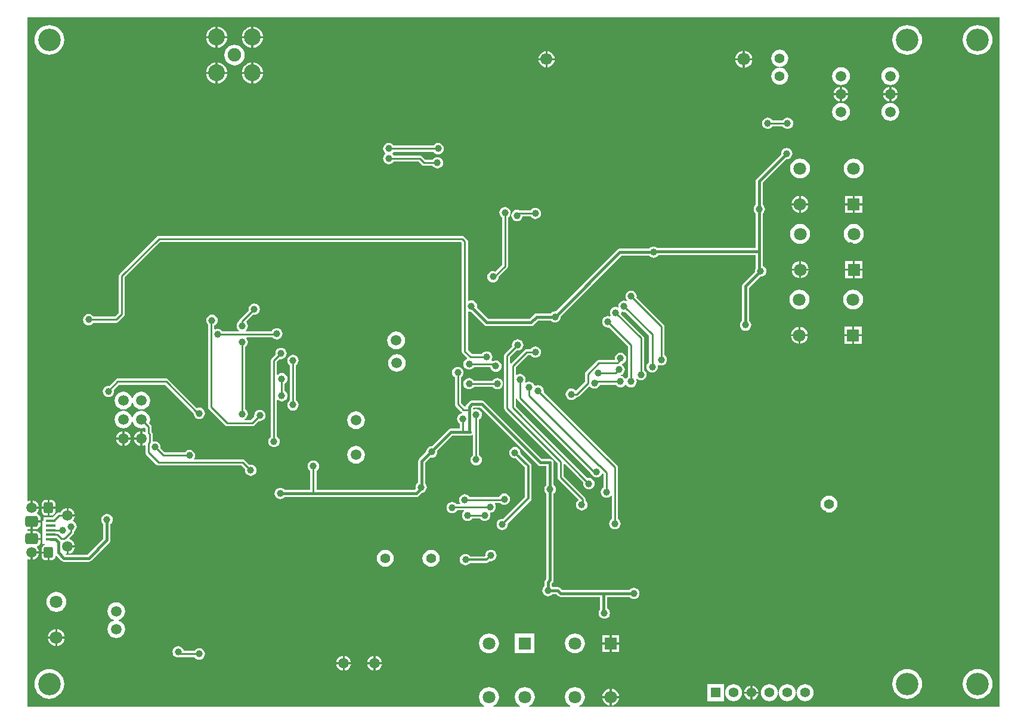
<source format=gbl>
G04 Layer_Physical_Order=2*
G04 Layer_Color=16711680*
%FSLAX44Y44*%
%MOMM*%
G71*
G01*
G75*
%ADD53C,0.2500*%
%ADD54C,0.3000*%
%ADD57C,0.4000*%
%ADD59C,1.5000*%
%ADD60C,1.7000*%
%ADD61C,1.8000*%
%ADD62C,3.2000*%
%ADD63C,2.4000*%
%ADD64C,1.9000*%
%ADD65C,1.4000*%
%ADD66R,1.4000X1.4000*%
%ADD67R,1.8000X1.8000*%
%ADD68R,1.8000X1.8000*%
%ADD69C,1.0000*%
G04:AMPARAMS|DCode=70|XSize=1.6mm|YSize=1.9mm|CornerRadius=0.4mm|HoleSize=0mm|Usage=FLASHONLY|Rotation=90.000|XOffset=0mm|YOffset=0mm|HoleType=Round|Shape=RoundedRectangle|*
%AMROUNDEDRECTD70*
21,1,1.6000,1.1000,0,0,90.0*
21,1,0.8000,1.9000,0,0,90.0*
1,1,0.8000,0.5500,0.4000*
1,1,0.8000,0.5500,-0.4000*
1,1,0.8000,-0.5500,-0.4000*
1,1,0.8000,-0.5500,0.4000*
%
%ADD70ROUNDEDRECTD70*%
G04:AMPARAMS|DCode=71|XSize=1.6mm|YSize=1.4mm|CornerRadius=0.35mm|HoleSize=0mm|Usage=FLASHONLY|Rotation=90.000|XOffset=0mm|YOffset=0mm|HoleType=Round|Shape=RoundedRectangle|*
%AMROUNDEDRECTD71*
21,1,1.6000,0.7000,0,0,90.0*
21,1,0.9000,1.4000,0,0,90.0*
1,1,0.7000,0.3500,0.4500*
1,1,0.7000,0.3500,-0.4500*
1,1,0.7000,-0.3500,-0.4500*
1,1,0.7000,-0.3500,0.4500*
%
%ADD71ROUNDEDRECTD71*%
%ADD72R,1.3500X0.4000*%
G36*
X2790000Y640000D02*
X2193786D01*
X2193534Y641270D01*
X2194260Y641571D01*
X2197185Y643815D01*
X2199429Y646740D01*
X2200840Y650145D01*
X2201321Y653800D01*
X2200840Y657455D01*
X2199429Y660860D01*
X2197185Y663785D01*
X2194260Y666029D01*
X2190855Y667440D01*
X2187200Y667921D01*
X2183545Y667440D01*
X2180140Y666029D01*
X2177215Y663785D01*
X2174971Y660860D01*
X2173560Y657455D01*
X2173079Y653800D01*
X2173560Y650145D01*
X2174971Y646740D01*
X2177215Y643815D01*
X2180140Y641571D01*
X2180866Y641270D01*
X2180614Y640000D01*
X2122586D01*
X2122334Y641270D01*
X2123060Y641571D01*
X2125985Y643815D01*
X2128229Y646740D01*
X2129640Y650145D01*
X2130121Y653800D01*
X2129640Y657455D01*
X2128229Y660860D01*
X2125985Y663785D01*
X2123060Y666029D01*
X2119655Y667440D01*
X2116000Y667921D01*
X2112345Y667440D01*
X2108940Y666029D01*
X2106015Y663785D01*
X2103771Y660860D01*
X2102360Y657455D01*
X2101879Y653800D01*
X2102360Y650145D01*
X2103771Y646740D01*
X2106015Y643815D01*
X2108940Y641571D01*
X2109666Y641270D01*
X2109414Y640000D01*
X2071786D01*
X2071534Y641270D01*
X2072260Y641571D01*
X2075185Y643815D01*
X2077429Y646740D01*
X2078840Y650145D01*
X2079321Y653800D01*
X2078840Y657455D01*
X2077429Y660860D01*
X2075185Y663785D01*
X2072260Y666029D01*
X2068855Y667440D01*
X2065200Y667921D01*
X2061545Y667440D01*
X2058140Y666029D01*
X2055215Y663785D01*
X2052971Y660860D01*
X2051560Y657455D01*
X2051079Y653800D01*
X2051560Y650145D01*
X2052971Y646740D01*
X2055215Y643815D01*
X2058140Y641571D01*
X2058866Y641270D01*
X2058614Y640000D01*
X1410000D01*
Y849124D01*
X1411270Y849844D01*
X1413259Y849020D01*
X1414500Y848857D01*
Y859250D01*
X1416000D01*
Y860750D01*
X1426393D01*
X1426230Y861991D01*
X1425172Y864545D01*
X1423667Y866507D01*
X1423784Y867455D01*
X1423990Y867955D01*
X1425030Y868385D01*
X1426492Y869508D01*
X1427614Y870970D01*
X1428320Y872673D01*
X1428560Y874500D01*
Y877000D01*
X1416000D01*
Y878500D01*
X1414500D01*
Y889560D01*
X1410500D01*
X1410000Y889999D01*
Y892001D01*
X1410500Y892440D01*
X1414500D01*
Y903500D01*
X1416000D01*
Y905000D01*
X1428560D01*
Y907500D01*
X1428320Y909327D01*
X1427614Y911030D01*
X1426492Y912492D01*
X1425030Y913615D01*
X1423990Y914045D01*
X1423784Y914545D01*
X1423667Y915493D01*
X1425172Y917455D01*
X1426230Y920009D01*
X1426393Y921250D01*
X1416000D01*
Y922750D01*
X1414500D01*
Y933143D01*
X1413259Y932980D01*
X1411270Y932156D01*
X1410000Y932876D01*
Y1620000D01*
X2790000D01*
Y640000D01*
D02*
G37*
%LPC*%
G36*
X1730900Y1606325D02*
Y1592900D01*
X1744325D01*
X1744183Y1594341D01*
X1743325Y1597168D01*
X1741932Y1599774D01*
X1740058Y1602058D01*
X1737774Y1603932D01*
X1735168Y1605325D01*
X1732341Y1606183D01*
X1730900Y1606325D01*
D02*
G37*
G36*
X1680100D02*
Y1592900D01*
X1693525D01*
X1693383Y1594341D01*
X1692525Y1597168D01*
X1691132Y1599774D01*
X1689258Y1602058D01*
X1686974Y1603932D01*
X1684368Y1605325D01*
X1681541Y1606183D01*
X1680100Y1606325D01*
D02*
G37*
G36*
X1727900Y1606325D02*
X1726460Y1606183D01*
X1723632Y1605325D01*
X1721026Y1603932D01*
X1718742Y1602058D01*
X1716868Y1599774D01*
X1715475Y1597168D01*
X1714617Y1594341D01*
X1714475Y1592900D01*
X1727900D01*
Y1606325D01*
D02*
G37*
G36*
X1677100D02*
X1675659Y1606183D01*
X1672832Y1605325D01*
X1670226Y1603932D01*
X1667942Y1602058D01*
X1666068Y1599774D01*
X1664675Y1597168D01*
X1663817Y1594341D01*
X1663675Y1592900D01*
X1677100D01*
Y1606325D01*
D02*
G37*
G36*
X1744325Y1589900D02*
X1730900D01*
Y1576475D01*
X1732341Y1576617D01*
X1735168Y1577475D01*
X1737774Y1578868D01*
X1740058Y1580742D01*
X1741932Y1583026D01*
X1743325Y1585632D01*
X1744183Y1588459D01*
X1744325Y1589900D01*
D02*
G37*
G36*
X1693525D02*
X1680100D01*
Y1576475D01*
X1681541Y1576617D01*
X1684368Y1577475D01*
X1686974Y1578868D01*
X1689258Y1580742D01*
X1691132Y1583026D01*
X1692525Y1585632D01*
X1693383Y1588459D01*
X1693525Y1589900D01*
D02*
G37*
G36*
X1727900D02*
X1714475D01*
X1714617Y1588459D01*
X1715475Y1585632D01*
X1716868Y1583026D01*
X1718742Y1580742D01*
X1721026Y1578868D01*
X1723632Y1577475D01*
X1726460Y1576617D01*
X1727900Y1576475D01*
Y1589900D01*
D02*
G37*
G36*
X1677100D02*
X1663675D01*
X1663817Y1588459D01*
X1664675Y1585632D01*
X1666068Y1583026D01*
X1667942Y1580742D01*
X1670226Y1578868D01*
X1672832Y1577475D01*
X1675659Y1576617D01*
X1677100Y1576475D01*
Y1589900D01*
D02*
G37*
G36*
X2759000Y1608602D02*
X2754883Y1608196D01*
X2750924Y1606995D01*
X2747276Y1605045D01*
X2744078Y1602421D01*
X2741454Y1599223D01*
X2739504Y1595575D01*
X2738304Y1591617D01*
X2737898Y1587500D01*
X2738304Y1583383D01*
X2739504Y1579425D01*
X2741454Y1575777D01*
X2744078Y1572579D01*
X2747276Y1569955D01*
X2750924Y1568005D01*
X2754883Y1566804D01*
X2759000Y1566398D01*
X2763116Y1566804D01*
X2767075Y1568005D01*
X2770723Y1569955D01*
X2773921Y1572579D01*
X2776545Y1575777D01*
X2778495Y1579425D01*
X2779696Y1583383D01*
X2780101Y1587500D01*
X2779696Y1591617D01*
X2778495Y1595575D01*
X2776545Y1599223D01*
X2773921Y1602421D01*
X2770723Y1605045D01*
X2767075Y1606995D01*
X2763116Y1608196D01*
X2759000Y1608602D01*
D02*
G37*
G36*
X2659000D02*
X2654883Y1608196D01*
X2650924Y1606995D01*
X2647276Y1605045D01*
X2644078Y1602421D01*
X2641454Y1599223D01*
X2639504Y1595575D01*
X2638304Y1591617D01*
X2637898Y1587500D01*
X2638304Y1583383D01*
X2639504Y1579425D01*
X2641454Y1575777D01*
X2644078Y1572579D01*
X2647276Y1569955D01*
X2650924Y1568005D01*
X2654883Y1566804D01*
X2659000Y1566398D01*
X2663116Y1566804D01*
X2667075Y1568005D01*
X2670723Y1569955D01*
X2673921Y1572579D01*
X2676545Y1575777D01*
X2678495Y1579425D01*
X2679696Y1583383D01*
X2680101Y1587500D01*
X2679696Y1591617D01*
X2678495Y1595575D01*
X2676545Y1599223D01*
X2673921Y1602421D01*
X2670723Y1605045D01*
X2667075Y1606995D01*
X2663116Y1608196D01*
X2659000Y1608602D01*
D02*
G37*
G36*
X1441000D02*
X1436883Y1608196D01*
X1432924Y1606995D01*
X1429276Y1605045D01*
X1426079Y1602421D01*
X1423454Y1599223D01*
X1421504Y1595575D01*
X1420304Y1591617D01*
X1419898Y1587500D01*
X1420304Y1583383D01*
X1421504Y1579425D01*
X1423454Y1575777D01*
X1426079Y1572579D01*
X1429276Y1569955D01*
X1432924Y1568005D01*
X1436883Y1566804D01*
X1441000Y1566398D01*
X1445116Y1566804D01*
X1449075Y1568005D01*
X1452723Y1569955D01*
X1455921Y1572579D01*
X1458545Y1575777D01*
X1460495Y1579425D01*
X1461696Y1583383D01*
X1462101Y1587500D01*
X1461696Y1591617D01*
X1460495Y1595575D01*
X1458545Y1599223D01*
X1455921Y1602421D01*
X1452723Y1605045D01*
X1449075Y1606995D01*
X1445116Y1608196D01*
X1441000Y1608602D01*
D02*
G37*
G36*
X2428500Y1571906D02*
Y1561500D01*
X2438906D01*
X2438691Y1563133D01*
X2437482Y1566052D01*
X2435558Y1568559D01*
X2433052Y1570482D01*
X2430133Y1571691D01*
X2428500Y1571906D01*
D02*
G37*
G36*
X2148500Y1571402D02*
Y1561500D01*
X2158402D01*
X2158204Y1563002D01*
X2157045Y1565800D01*
X2155202Y1568202D01*
X2152800Y1570045D01*
X2150002Y1571204D01*
X2148500Y1571402D01*
D02*
G37*
G36*
X2145500Y1571402D02*
X2143998Y1571204D01*
X2141200Y1570045D01*
X2138798Y1568202D01*
X2136955Y1565800D01*
X2135796Y1563002D01*
X2135598Y1561500D01*
X2145500D01*
Y1571402D01*
D02*
G37*
G36*
X2425500Y1571906D02*
X2423867Y1571691D01*
X2420948Y1570482D01*
X2418441Y1568559D01*
X2416518Y1566052D01*
X2415309Y1563133D01*
X2415094Y1561500D01*
X2425500D01*
Y1571906D01*
D02*
G37*
G36*
X1704000Y1580625D02*
X1700215Y1580127D01*
X1696687Y1578666D01*
X1693658Y1576342D01*
X1691334Y1573313D01*
X1689873Y1569785D01*
X1689375Y1566000D01*
X1689873Y1562215D01*
X1691334Y1558687D01*
X1693658Y1555659D01*
X1696687Y1553334D01*
X1700215Y1551873D01*
X1704000Y1551375D01*
X1707785Y1551873D01*
X1711313Y1553334D01*
X1714341Y1555659D01*
X1716666Y1558687D01*
X1718127Y1562215D01*
X1718625Y1566000D01*
X1718127Y1569785D01*
X1716666Y1573313D01*
X1714341Y1576342D01*
X1711313Y1578666D01*
X1707785Y1580127D01*
X1704000Y1580625D01*
D02*
G37*
G36*
X2158402Y1558500D02*
X2148500D01*
Y1548598D01*
X2150002Y1548796D01*
X2152800Y1549955D01*
X2155202Y1551798D01*
X2157045Y1554200D01*
X2158204Y1556998D01*
X2158402Y1558500D01*
D02*
G37*
G36*
X2145500D02*
X2135598D01*
X2135796Y1556998D01*
X2136955Y1554200D01*
X2138798Y1551798D01*
X2141200Y1549955D01*
X2143998Y1548796D01*
X2145500Y1548598D01*
Y1558500D01*
D02*
G37*
G36*
X2438906D02*
X2428500D01*
Y1548094D01*
X2430133Y1548309D01*
X2433052Y1549518D01*
X2435558Y1551441D01*
X2437482Y1553948D01*
X2438691Y1556867D01*
X2438906Y1558500D01*
D02*
G37*
G36*
X2425500D02*
X2415094D01*
X2415309Y1556867D01*
X2416518Y1553948D01*
X2418441Y1551441D01*
X2420948Y1549518D01*
X2423867Y1548309D01*
X2425500Y1548094D01*
Y1558500D01*
D02*
G37*
G36*
X1730900Y1555525D02*
Y1542100D01*
X1744325D01*
X1744183Y1543540D01*
X1743325Y1546368D01*
X1741932Y1548974D01*
X1740058Y1551258D01*
X1737774Y1553132D01*
X1735168Y1554525D01*
X1732341Y1555383D01*
X1730900Y1555525D01*
D02*
G37*
G36*
X1680100D02*
Y1542100D01*
X1693525D01*
X1693383Y1543540D01*
X1692525Y1546368D01*
X1691132Y1548974D01*
X1689258Y1551258D01*
X1686974Y1553132D01*
X1684368Y1554525D01*
X1681541Y1555383D01*
X1680100Y1555525D01*
D02*
G37*
G36*
X1727900Y1555525D02*
X1726460Y1555383D01*
X1723632Y1554525D01*
X1721026Y1553132D01*
X1718742Y1551258D01*
X1716868Y1548974D01*
X1715475Y1546368D01*
X1714617Y1543540D01*
X1714475Y1542100D01*
X1727900D01*
Y1555525D01*
D02*
G37*
G36*
X1677100D02*
X1675659Y1555383D01*
X1672832Y1554525D01*
X1670226Y1553132D01*
X1667942Y1551258D01*
X1666068Y1548974D01*
X1664675Y1546368D01*
X1663817Y1543540D01*
X1663675Y1542100D01*
X1677100D01*
Y1555525D01*
D02*
G37*
G36*
X1744325Y1539100D02*
X1730900D01*
Y1525675D01*
X1732341Y1525817D01*
X1735168Y1526675D01*
X1737774Y1528068D01*
X1740058Y1529942D01*
X1741932Y1532226D01*
X1743325Y1534832D01*
X1744183Y1537659D01*
X1744325Y1539100D01*
D02*
G37*
G36*
X1693525D02*
X1680100D01*
Y1525675D01*
X1681541Y1525817D01*
X1684368Y1526675D01*
X1686974Y1528068D01*
X1689258Y1529942D01*
X1691132Y1532226D01*
X1692525Y1534832D01*
X1693383Y1537659D01*
X1693525Y1539100D01*
D02*
G37*
G36*
X1727900D02*
X1714475D01*
X1714617Y1537659D01*
X1715475Y1534832D01*
X1716868Y1532226D01*
X1718742Y1529942D01*
X1721026Y1528068D01*
X1723632Y1526675D01*
X1726460Y1525817D01*
X1727900Y1525675D01*
Y1539100D01*
D02*
G37*
G36*
X1677100D02*
X1663675D01*
X1663817Y1537659D01*
X1664675Y1534832D01*
X1666068Y1532226D01*
X1667942Y1529942D01*
X1670226Y1528068D01*
X1672832Y1526675D01*
X1675659Y1525817D01*
X1677100Y1525675D01*
Y1539100D01*
D02*
G37*
G36*
X2478000Y1573504D02*
X2474867Y1573091D01*
X2471948Y1571882D01*
X2469442Y1569958D01*
X2467518Y1567452D01*
X2466309Y1564533D01*
X2465896Y1561400D01*
X2466309Y1558267D01*
X2467518Y1555348D01*
X2469442Y1552841D01*
X2471948Y1550918D01*
X2474867Y1549709D01*
X2477095Y1549416D01*
X2477666Y1549340D01*
Y1548060D01*
X2477095Y1547984D01*
X2474867Y1547691D01*
X2471948Y1546482D01*
X2469442Y1544559D01*
X2467518Y1542052D01*
X2466309Y1539133D01*
X2465896Y1536000D01*
X2466309Y1532867D01*
X2467518Y1529948D01*
X2469442Y1527442D01*
X2471948Y1525518D01*
X2474867Y1524309D01*
X2478000Y1523896D01*
X2481133Y1524309D01*
X2484052Y1525518D01*
X2486559Y1527442D01*
X2488482Y1529948D01*
X2489691Y1532867D01*
X2490103Y1536000D01*
X2489691Y1539133D01*
X2488482Y1542052D01*
X2486559Y1544559D01*
X2484052Y1546482D01*
X2481133Y1547691D01*
X2478905Y1547984D01*
X2478334Y1548060D01*
Y1549340D01*
X2478905Y1549416D01*
X2481133Y1549709D01*
X2484052Y1550918D01*
X2486559Y1552841D01*
X2488482Y1555348D01*
X2489691Y1558267D01*
X2490103Y1561400D01*
X2489691Y1564533D01*
X2488482Y1567452D01*
X2486559Y1569958D01*
X2484052Y1571882D01*
X2481133Y1573091D01*
X2478000Y1573504D01*
D02*
G37*
G36*
X2635000Y1548608D02*
X2631737Y1548178D01*
X2628696Y1546919D01*
X2626085Y1544915D01*
X2624081Y1542304D01*
X2622822Y1539263D01*
X2622392Y1536000D01*
X2622822Y1532737D01*
X2624081Y1529696D01*
X2626085Y1527085D01*
X2628696Y1525081D01*
X2631737Y1523822D01*
X2635000Y1523392D01*
X2638263Y1523822D01*
X2641304Y1525081D01*
X2643915Y1527085D01*
X2645919Y1529696D01*
X2647178Y1532737D01*
X2647608Y1536000D01*
X2647178Y1539263D01*
X2645919Y1542304D01*
X2643915Y1544915D01*
X2641304Y1546919D01*
X2638263Y1548178D01*
X2635000Y1548608D01*
D02*
G37*
G36*
X2565000D02*
X2561737Y1548178D01*
X2558696Y1546919D01*
X2556085Y1544915D01*
X2554081Y1542304D01*
X2552822Y1539263D01*
X2552392Y1536000D01*
X2552822Y1532737D01*
X2554081Y1529696D01*
X2556085Y1527085D01*
X2558696Y1525081D01*
X2561737Y1523822D01*
X2565000Y1523392D01*
X2568263Y1523822D01*
X2571304Y1525081D01*
X2573915Y1527085D01*
X2575919Y1529696D01*
X2577178Y1532737D01*
X2577608Y1536000D01*
X2577178Y1539263D01*
X2575919Y1542304D01*
X2573915Y1544915D01*
X2571304Y1546919D01*
X2568263Y1548178D01*
X2565000Y1548608D01*
D02*
G37*
G36*
X2636500Y1520993D02*
Y1512100D01*
X2645393D01*
X2645230Y1513341D01*
X2644172Y1515895D01*
X2642489Y1518089D01*
X2640295Y1519772D01*
X2637741Y1520830D01*
X2636500Y1520993D01*
D02*
G37*
G36*
X2633500D02*
X2632259Y1520830D01*
X2629705Y1519772D01*
X2627511Y1518089D01*
X2625828Y1515895D01*
X2624770Y1513341D01*
X2624607Y1512100D01*
X2633500D01*
Y1520993D01*
D02*
G37*
G36*
X2566500D02*
Y1512100D01*
X2575393D01*
X2575230Y1513341D01*
X2574172Y1515895D01*
X2572489Y1518089D01*
X2570295Y1519772D01*
X2567741Y1520830D01*
X2566500Y1520993D01*
D02*
G37*
G36*
X2563500D02*
X2562259Y1520830D01*
X2559705Y1519772D01*
X2557511Y1518089D01*
X2555828Y1515895D01*
X2554770Y1513341D01*
X2554607Y1512100D01*
X2563500D01*
Y1520993D01*
D02*
G37*
G36*
X2645393Y1509100D02*
X2636500D01*
Y1500207D01*
X2637741Y1500370D01*
X2640295Y1501428D01*
X2642489Y1503111D01*
X2644172Y1505305D01*
X2645230Y1507859D01*
X2645393Y1509100D01*
D02*
G37*
G36*
X2633500D02*
X2624607D01*
X2624770Y1507859D01*
X2625828Y1505305D01*
X2627511Y1503111D01*
X2629705Y1501428D01*
X2632259Y1500370D01*
X2633500Y1500207D01*
Y1509100D01*
D02*
G37*
G36*
X2575393D02*
X2566500D01*
Y1500207D01*
X2567741Y1500370D01*
X2570295Y1501428D01*
X2572489Y1503111D01*
X2574172Y1505305D01*
X2575230Y1507859D01*
X2575393Y1509100D01*
D02*
G37*
G36*
X2563500D02*
X2554607D01*
X2554770Y1507859D01*
X2555828Y1505305D01*
X2557511Y1503111D01*
X2559705Y1501428D01*
X2562259Y1500370D01*
X2563500Y1500207D01*
Y1509100D01*
D02*
G37*
G36*
X2489000Y1477069D02*
X2486912Y1476794D01*
X2484966Y1475988D01*
X2483294Y1474706D01*
X2482241Y1473333D01*
X2467759D01*
X2466706Y1474706D01*
X2465034Y1475988D01*
X2463088Y1476794D01*
X2461000Y1477069D01*
X2458912Y1476794D01*
X2456965Y1475988D01*
X2455294Y1474706D01*
X2454012Y1473035D01*
X2453206Y1471088D01*
X2452931Y1469000D01*
X2453206Y1466912D01*
X2454012Y1464966D01*
X2455294Y1463294D01*
X2456965Y1462012D01*
X2458912Y1461206D01*
X2461000Y1460931D01*
X2463088Y1461206D01*
X2465034Y1462012D01*
X2466706Y1463294D01*
X2467759Y1464667D01*
X2482241D01*
X2483294Y1463294D01*
X2484966Y1462012D01*
X2486912Y1461206D01*
X2489000Y1460931D01*
X2491088Y1461206D01*
X2493035Y1462012D01*
X2494706Y1463294D01*
X2495988Y1464966D01*
X2496794Y1466912D01*
X2497069Y1469000D01*
X2496794Y1471088D01*
X2495988Y1473035D01*
X2494706Y1474706D01*
X2493035Y1475988D01*
X2491088Y1476794D01*
X2489000Y1477069D01*
D02*
G37*
G36*
X2635000Y1497808D02*
X2631737Y1497378D01*
X2628696Y1496119D01*
X2626085Y1494115D01*
X2624081Y1491504D01*
X2622822Y1488463D01*
X2622392Y1485200D01*
X2622822Y1481937D01*
X2624081Y1478896D01*
X2626085Y1476285D01*
X2628696Y1474281D01*
X2631737Y1473022D01*
X2635000Y1472592D01*
X2638263Y1473022D01*
X2641304Y1474281D01*
X2643915Y1476285D01*
X2645919Y1478896D01*
X2647178Y1481937D01*
X2647608Y1485200D01*
X2647178Y1488463D01*
X2645919Y1491504D01*
X2643915Y1494115D01*
X2641304Y1496119D01*
X2638263Y1497378D01*
X2635000Y1497808D01*
D02*
G37*
G36*
X2565000D02*
X2561737Y1497378D01*
X2558696Y1496119D01*
X2556085Y1494115D01*
X2554081Y1491504D01*
X2552822Y1488463D01*
X2552392Y1485200D01*
X2552822Y1481937D01*
X2554081Y1478896D01*
X2556085Y1476285D01*
X2558696Y1474281D01*
X2561737Y1473022D01*
X2565000Y1472592D01*
X2568263Y1473022D01*
X2571304Y1474281D01*
X2573915Y1476285D01*
X2575919Y1478896D01*
X2577178Y1481937D01*
X2577608Y1485200D01*
X2577178Y1488463D01*
X2575919Y1491504D01*
X2573915Y1494115D01*
X2571304Y1496119D01*
X2568263Y1497378D01*
X2565000Y1497808D01*
D02*
G37*
G36*
X1993000Y1441069D02*
X1990912Y1440794D01*
X1988965Y1439988D01*
X1987294Y1438706D01*
X1986241Y1437333D01*
X1929759D01*
X1928706Y1438706D01*
X1927034Y1439988D01*
X1925088Y1440794D01*
X1923000Y1441069D01*
X1920912Y1440794D01*
X1918965Y1439988D01*
X1917294Y1438706D01*
X1916012Y1437034D01*
X1915206Y1435088D01*
X1914931Y1433000D01*
X1915206Y1430912D01*
X1916012Y1428965D01*
X1917294Y1427294D01*
X1917938Y1426800D01*
Y1425200D01*
X1917294Y1424706D01*
X1916012Y1423035D01*
X1915206Y1421088D01*
X1914931Y1419000D01*
X1915206Y1416912D01*
X1916012Y1414966D01*
X1917294Y1413294D01*
X1918965Y1412012D01*
X1920912Y1411206D01*
X1923000Y1410931D01*
X1925088Y1411206D01*
X1927034Y1412012D01*
X1928706Y1413294D01*
X1929759Y1414667D01*
X1965205D01*
X1969936Y1409936D01*
X1971342Y1408997D01*
X1973000Y1408667D01*
X1985241D01*
X1986294Y1407294D01*
X1987966Y1406012D01*
X1989912Y1405206D01*
X1992000Y1404931D01*
X1994088Y1405206D01*
X1996035Y1406012D01*
X1997706Y1407294D01*
X1998988Y1408965D01*
X1999794Y1410912D01*
X2000069Y1413000D01*
X1999794Y1415088D01*
X1998988Y1417034D01*
X1997706Y1418706D01*
X1996035Y1419988D01*
X1994088Y1420794D01*
X1992000Y1421069D01*
X1989912Y1420794D01*
X1987966Y1419988D01*
X1986294Y1418706D01*
X1985241Y1417333D01*
X1974795D01*
X1970064Y1422064D01*
X1968658Y1423003D01*
X1967000Y1423333D01*
X1929759D01*
X1928706Y1424706D01*
X1928062Y1425200D01*
Y1426800D01*
X1928706Y1427294D01*
X1929759Y1428667D01*
X1986241D01*
X1987294Y1427294D01*
X1988965Y1426012D01*
X1990912Y1425206D01*
X1993000Y1424931D01*
X1995088Y1425206D01*
X1997034Y1426012D01*
X1998706Y1427294D01*
X1999988Y1428965D01*
X2000794Y1430912D01*
X2001069Y1433000D01*
X2000794Y1435088D01*
X1999988Y1437034D01*
X1998706Y1438706D01*
X1997034Y1439988D01*
X1995088Y1440794D01*
X1993000Y1441069D01*
D02*
G37*
G36*
X2488000Y1434069D02*
X2485912Y1433794D01*
X2483965Y1432988D01*
X2482294Y1431706D01*
X2481012Y1430034D01*
X2480206Y1428088D01*
X2479931Y1426000D01*
X2480031Y1425240D01*
X2445395Y1390605D01*
X2444290Y1388951D01*
X2443902Y1387000D01*
Y1353172D01*
X2443294Y1352706D01*
X2442012Y1351035D01*
X2441206Y1349088D01*
X2440931Y1347000D01*
X2441206Y1344912D01*
X2442012Y1342966D01*
X2443294Y1341294D01*
X2443902Y1340828D01*
Y1292098D01*
X2304194D01*
X2303035Y1292988D01*
X2301088Y1293794D01*
X2299000Y1294069D01*
X2296912Y1293794D01*
X2294966Y1292988D01*
X2293294Y1291706D01*
X2292828Y1291098D01*
X2251000D01*
X2249049Y1290710D01*
X2247395Y1289605D01*
X2159760Y1201969D01*
X2159000Y1202069D01*
X2156912Y1201794D01*
X2154966Y1200988D01*
X2153294Y1199706D01*
X2152828Y1199098D01*
X2133000D01*
X2131049Y1198710D01*
X2129395Y1197605D01*
X2122888Y1191098D01*
X2064112D01*
X2048021Y1207188D01*
X2048044Y1207243D01*
X2048319Y1209331D01*
X2048044Y1211420D01*
X2047238Y1213366D01*
X2045956Y1215037D01*
X2044285Y1216319D01*
X2042338Y1217125D01*
X2040250Y1217400D01*
X2038162Y1217125D01*
X2036603Y1216480D01*
X2035333Y1217096D01*
Y1301000D01*
X2035003Y1302658D01*
X2034064Y1304064D01*
X2030064Y1308064D01*
X2028658Y1309003D01*
X2027000Y1309333D01*
X1597000D01*
X1595342Y1309003D01*
X1593936Y1308064D01*
X1540936Y1255064D01*
X1539997Y1253658D01*
X1539667Y1252000D01*
Y1199795D01*
X1534205Y1194333D01*
X1503759D01*
X1502706Y1195706D01*
X1501035Y1196988D01*
X1499088Y1197794D01*
X1497000Y1198069D01*
X1494912Y1197794D01*
X1492966Y1196988D01*
X1491294Y1195706D01*
X1490012Y1194035D01*
X1489206Y1192088D01*
X1488931Y1190000D01*
X1489206Y1187912D01*
X1490012Y1185965D01*
X1491294Y1184294D01*
X1492966Y1183012D01*
X1494912Y1182206D01*
X1497000Y1181931D01*
X1499088Y1182206D01*
X1501035Y1183012D01*
X1502706Y1184294D01*
X1503759Y1185667D01*
X1536000D01*
X1537658Y1185997D01*
X1539064Y1186936D01*
X1547064Y1194936D01*
X1548003Y1196342D01*
X1548333Y1198000D01*
Y1250205D01*
X1598795Y1300667D01*
X2025205D01*
X2026667Y1299205D01*
Y1145000D01*
X2026997Y1143342D01*
X2027936Y1141936D01*
X2034057Y1135815D01*
X2033759Y1134317D01*
X2032966Y1133988D01*
X2031294Y1132706D01*
X2030012Y1131034D01*
X2029206Y1129088D01*
X2028931Y1127000D01*
X2029206Y1124912D01*
X2030012Y1122965D01*
X2031294Y1121294D01*
X2032966Y1120012D01*
X2034912Y1119206D01*
X2037000Y1118931D01*
X2039088Y1119206D01*
X2041035Y1120012D01*
X2042706Y1121294D01*
X2043759Y1122667D01*
X2067106D01*
X2067206Y1121912D01*
X2068012Y1119966D01*
X2069294Y1118294D01*
X2070966Y1117012D01*
X2072912Y1116206D01*
X2075000Y1115931D01*
X2077088Y1116206D01*
X2079034Y1117012D01*
X2080706Y1118294D01*
X2081988Y1119966D01*
X2082794Y1121912D01*
X2083069Y1124000D01*
X2082794Y1126088D01*
X2081988Y1128035D01*
X2080706Y1129706D01*
X2079034Y1130988D01*
X2077088Y1131794D01*
X2075000Y1132069D01*
X2072912Y1131794D01*
X2071799Y1131333D01*
X2069171D01*
X2068609Y1132472D01*
X2068988Y1132965D01*
X2069794Y1134912D01*
X2070069Y1137000D01*
X2069794Y1139088D01*
X2068988Y1141034D01*
X2067706Y1142706D01*
X2066035Y1143988D01*
X2064088Y1144794D01*
X2062000Y1145069D01*
X2059912Y1144794D01*
X2057966Y1143988D01*
X2056294Y1142706D01*
X2055241Y1141333D01*
X2040795D01*
X2035333Y1146795D01*
Y1201566D01*
X2036603Y1202183D01*
X2038162Y1201537D01*
X2039419Y1201372D01*
X2058395Y1182395D01*
X2060049Y1181290D01*
X2062000Y1180902D01*
X2125000D01*
X2126951Y1181290D01*
X2128605Y1182395D01*
X2135112Y1188902D01*
X2152828D01*
X2153294Y1188294D01*
X2154966Y1187012D01*
X2156912Y1186206D01*
X2159000Y1185931D01*
X2161088Y1186206D01*
X2163035Y1187012D01*
X2164706Y1188294D01*
X2165988Y1189966D01*
X2166794Y1191912D01*
X2167069Y1194000D01*
X2166969Y1194760D01*
X2253112Y1280902D01*
X2292828D01*
X2293294Y1280294D01*
X2294966Y1279012D01*
X2296912Y1278206D01*
X2299000Y1277931D01*
X2301088Y1278206D01*
X2303035Y1279012D01*
X2304706Y1280294D01*
X2305939Y1281902D01*
X2443902D01*
Y1262769D01*
X2443206Y1261088D01*
X2442931Y1259000D01*
X2443031Y1258241D01*
X2425895Y1241105D01*
X2424790Y1239451D01*
X2424402Y1237500D01*
Y1188672D01*
X2423794Y1188206D01*
X2422512Y1186535D01*
X2421706Y1184588D01*
X2421431Y1182500D01*
X2421706Y1180412D01*
X2422512Y1178465D01*
X2423794Y1176794D01*
X2425466Y1175512D01*
X2427412Y1174706D01*
X2429500Y1174431D01*
X2431588Y1174706D01*
X2433535Y1175512D01*
X2435206Y1176794D01*
X2436488Y1178465D01*
X2437294Y1180412D01*
X2437569Y1182500D01*
X2437294Y1184588D01*
X2436488Y1186535D01*
X2435206Y1188206D01*
X2434598Y1188672D01*
Y1235388D01*
X2450241Y1251031D01*
X2451000Y1250931D01*
X2453088Y1251206D01*
X2455034Y1252012D01*
X2456706Y1253294D01*
X2457988Y1254966D01*
X2458794Y1256912D01*
X2459069Y1259000D01*
X2458794Y1261088D01*
X2457988Y1263035D01*
X2456706Y1264706D01*
X2455034Y1265988D01*
X2454098Y1266376D01*
Y1287000D01*
Y1340828D01*
X2454706Y1341294D01*
X2455988Y1342966D01*
X2456794Y1344912D01*
X2457069Y1347000D01*
X2456794Y1349088D01*
X2455988Y1351035D01*
X2454706Y1352706D01*
X2454098Y1353172D01*
Y1384888D01*
X2487240Y1418031D01*
X2488000Y1417931D01*
X2490088Y1418206D01*
X2492034Y1419012D01*
X2493706Y1420294D01*
X2494988Y1421965D01*
X2495794Y1423912D01*
X2496069Y1426000D01*
X2495794Y1428088D01*
X2494988Y1430034D01*
X2493706Y1431706D01*
X2492034Y1432988D01*
X2490088Y1433794D01*
X2488000Y1434069D01*
D02*
G37*
G36*
X2583000Y1418921D02*
X2579345Y1418440D01*
X2575940Y1417029D01*
X2573015Y1414785D01*
X2570771Y1411860D01*
X2569360Y1408455D01*
X2568879Y1404800D01*
X2569360Y1401145D01*
X2570771Y1397740D01*
X2573015Y1394815D01*
X2575940Y1392571D01*
X2579345Y1391160D01*
X2583000Y1390679D01*
X2586655Y1391160D01*
X2590060Y1392571D01*
X2592985Y1394815D01*
X2595229Y1397740D01*
X2596640Y1401145D01*
X2597121Y1404800D01*
X2596640Y1408455D01*
X2595229Y1411860D01*
X2592985Y1414785D01*
X2590060Y1417029D01*
X2586655Y1418440D01*
X2583000Y1418921D01*
D02*
G37*
G36*
X2506800D02*
X2503145Y1418440D01*
X2499740Y1417029D01*
X2496815Y1414785D01*
X2494571Y1411860D01*
X2493160Y1408455D01*
X2492679Y1404800D01*
X2493160Y1401145D01*
X2494571Y1397740D01*
X2496815Y1394815D01*
X2499740Y1392571D01*
X2503145Y1391160D01*
X2506800Y1390679D01*
X2510455Y1391160D01*
X2513860Y1392571D01*
X2516785Y1394815D01*
X2519029Y1397740D01*
X2520440Y1401145D01*
X2520921Y1404800D01*
X2520440Y1408455D01*
X2519029Y1411860D01*
X2516785Y1414785D01*
X2513860Y1417029D01*
X2510455Y1418440D01*
X2506800Y1418921D01*
D02*
G37*
G36*
X2595000Y1366000D02*
X2584500D01*
Y1355500D01*
X2595000D01*
Y1366000D01*
D02*
G37*
G36*
X2508300Y1365906D02*
Y1355500D01*
X2518706D01*
X2518491Y1357133D01*
X2517282Y1360052D01*
X2515358Y1362558D01*
X2512852Y1364482D01*
X2509933Y1365691D01*
X2508300Y1365906D01*
D02*
G37*
G36*
X2505300D02*
X2503667Y1365691D01*
X2500748Y1364482D01*
X2498241Y1362558D01*
X2496318Y1360052D01*
X2495109Y1357133D01*
X2494894Y1355500D01*
X2505300D01*
Y1365906D01*
D02*
G37*
G36*
X2581500Y1366000D02*
X2571000D01*
Y1355500D01*
X2581500D01*
Y1366000D01*
D02*
G37*
G36*
X2131000Y1349069D02*
X2128912Y1348794D01*
X2126965Y1347988D01*
X2125294Y1346706D01*
X2124241Y1345333D01*
X2108201D01*
X2107088Y1345794D01*
X2105000Y1346069D01*
X2102912Y1345794D01*
X2100966Y1344988D01*
X2099294Y1343706D01*
X2098012Y1342034D01*
X2097206Y1340088D01*
X2096931Y1338000D01*
X2097206Y1335912D01*
X2098012Y1333965D01*
X2099294Y1332294D01*
X2100966Y1331012D01*
X2102912Y1330206D01*
X2105000Y1329931D01*
X2107088Y1330206D01*
X2109034Y1331012D01*
X2110706Y1332294D01*
X2111988Y1333965D01*
X2112794Y1335912D01*
X2112894Y1336667D01*
X2124241D01*
X2125294Y1335294D01*
X2126965Y1334012D01*
X2128912Y1333206D01*
X2131000Y1332931D01*
X2133088Y1333206D01*
X2135034Y1334012D01*
X2136706Y1335294D01*
X2137988Y1336965D01*
X2138794Y1338912D01*
X2139069Y1341000D01*
X2138794Y1343088D01*
X2137988Y1345034D01*
X2136706Y1346706D01*
X2135034Y1347988D01*
X2133088Y1348794D01*
X2131000Y1349069D01*
D02*
G37*
G36*
X2518706Y1352500D02*
X2508300D01*
Y1342094D01*
X2509933Y1342309D01*
X2512852Y1343518D01*
X2515358Y1345441D01*
X2517282Y1347948D01*
X2518491Y1350867D01*
X2518706Y1352500D01*
D02*
G37*
G36*
X2505300D02*
X2494894D01*
X2495109Y1350867D01*
X2496318Y1347948D01*
X2498241Y1345441D01*
X2500748Y1343518D01*
X2503667Y1342309D01*
X2505300Y1342094D01*
Y1352500D01*
D02*
G37*
G36*
X2595000D02*
X2584500D01*
Y1342000D01*
X2595000D01*
Y1352500D01*
D02*
G37*
G36*
X2581500D02*
X2571000D01*
Y1342000D01*
X2581500D01*
Y1352500D01*
D02*
G37*
G36*
X2583170Y1325991D02*
X2579515Y1325510D01*
X2576110Y1324099D01*
X2573185Y1321855D01*
X2570941Y1318930D01*
X2569530Y1315525D01*
X2569049Y1311870D01*
X2569530Y1308215D01*
X2570941Y1304810D01*
X2573185Y1301885D01*
X2576110Y1299641D01*
X2579515Y1298230D01*
X2583170Y1297749D01*
X2586825Y1298230D01*
X2590230Y1299641D01*
X2593155Y1301885D01*
X2595399Y1304810D01*
X2596810Y1308215D01*
X2597291Y1311870D01*
X2596810Y1315525D01*
X2595399Y1318930D01*
X2593155Y1321855D01*
X2590230Y1324099D01*
X2586825Y1325510D01*
X2583170Y1325991D01*
D02*
G37*
G36*
X2506970D02*
X2503315Y1325510D01*
X2499910Y1324099D01*
X2496985Y1321855D01*
X2494741Y1318930D01*
X2493330Y1315525D01*
X2492849Y1311870D01*
X2493330Y1308215D01*
X2494741Y1304810D01*
X2496985Y1301885D01*
X2499910Y1299641D01*
X2503315Y1298230D01*
X2506970Y1297749D01*
X2510625Y1298230D01*
X2514030Y1299641D01*
X2516955Y1301885D01*
X2519199Y1304810D01*
X2520610Y1308215D01*
X2521091Y1311870D01*
X2520610Y1315525D01*
X2519199Y1318930D01*
X2516955Y1321855D01*
X2514030Y1324099D01*
X2510625Y1325510D01*
X2506970Y1325991D01*
D02*
G37*
G36*
X2595170Y1273070D02*
X2584670D01*
Y1262570D01*
X2595170D01*
Y1273070D01*
D02*
G37*
G36*
X2508470Y1272976D02*
Y1262570D01*
X2518876D01*
X2518661Y1264203D01*
X2517452Y1267122D01*
X2515529Y1269628D01*
X2513022Y1271552D01*
X2510103Y1272761D01*
X2508470Y1272976D01*
D02*
G37*
G36*
X2505470Y1272976D02*
X2503837Y1272761D01*
X2500918Y1271552D01*
X2498412Y1269628D01*
X2496488Y1267122D01*
X2495279Y1264203D01*
X2495064Y1262570D01*
X2505470D01*
Y1272976D01*
D02*
G37*
G36*
X2581670Y1273070D02*
X2571170D01*
Y1262570D01*
X2581670D01*
Y1273070D01*
D02*
G37*
G36*
X2088000Y1350069D02*
X2085912Y1349794D01*
X2083965Y1348988D01*
X2082294Y1347706D01*
X2081012Y1346035D01*
X2080206Y1344088D01*
X2079931Y1342000D01*
X2080206Y1339912D01*
X2081012Y1337966D01*
X2082294Y1336294D01*
X2083667Y1335241D01*
Y1267796D01*
X2074203Y1258333D01*
X2073087Y1258795D01*
X2070999Y1259070D01*
X2068910Y1258795D01*
X2066964Y1257989D01*
X2065293Y1256706D01*
X2064011Y1255035D01*
X2063205Y1253089D01*
X2062930Y1251001D01*
X2063205Y1248912D01*
X2064011Y1246966D01*
X2065293Y1245295D01*
X2066964Y1244013D01*
X2068910Y1243207D01*
X2070999Y1242932D01*
X2073087Y1243207D01*
X2075033Y1244013D01*
X2076704Y1245295D01*
X2077987Y1246966D01*
X2078793Y1248912D01*
X2079059Y1250932D01*
X2091064Y1262937D01*
X2092003Y1264343D01*
X2092333Y1266002D01*
Y1335241D01*
X2093706Y1336294D01*
X2094988Y1337966D01*
X2095794Y1339912D01*
X2096069Y1342000D01*
X2095794Y1344088D01*
X2094988Y1346035D01*
X2093706Y1347706D01*
X2092034Y1348988D01*
X2090088Y1349794D01*
X2088000Y1350069D01*
D02*
G37*
G36*
X2518876Y1259570D02*
X2508470D01*
Y1249164D01*
X2510103Y1249379D01*
X2513022Y1250588D01*
X2515529Y1252512D01*
X2517452Y1255018D01*
X2518661Y1257937D01*
X2518876Y1259570D01*
D02*
G37*
G36*
X2505470D02*
X2495064D01*
X2495279Y1257937D01*
X2496488Y1255018D01*
X2498412Y1252512D01*
X2500918Y1250588D01*
X2503837Y1249379D01*
X2505470Y1249164D01*
Y1259570D01*
D02*
G37*
G36*
X2595170D02*
X2584670D01*
Y1249070D01*
X2595170D01*
Y1259570D01*
D02*
G37*
G36*
X2581670D02*
X2571170D01*
Y1249070D01*
X2581670D01*
Y1259570D01*
D02*
G37*
G36*
X2267000Y1231069D02*
X2264912Y1230794D01*
X2262966Y1229988D01*
X2261294Y1228706D01*
X2260012Y1227035D01*
X2259206Y1225088D01*
X2258931Y1223000D01*
X2259206Y1220912D01*
X2260012Y1218966D01*
X2261294Y1217294D01*
X2261406Y1217209D01*
X2260765Y1216099D01*
X2259088Y1216794D01*
X2257000Y1217069D01*
X2254912Y1216794D01*
X2252966Y1215988D01*
X2251294Y1214706D01*
X2250012Y1213035D01*
X2249206Y1211088D01*
X2248931Y1209000D01*
X2249014Y1208371D01*
X2247850Y1207478D01*
X2247088Y1207794D01*
X2245000Y1208069D01*
X2242912Y1207794D01*
X2240966Y1206988D01*
X2239294Y1205706D01*
X2238012Y1204035D01*
X2237206Y1202088D01*
X2236931Y1200000D01*
X2237206Y1197912D01*
X2238012Y1195965D01*
X2238404Y1195455D01*
X2238334Y1195238D01*
X2236767Y1194513D01*
X2236088Y1194794D01*
X2234000Y1195069D01*
X2231912Y1194794D01*
X2229966Y1193988D01*
X2228294Y1192706D01*
X2227012Y1191034D01*
X2226206Y1189088D01*
X2225931Y1187000D01*
X2226206Y1184912D01*
X2227012Y1182965D01*
X2228294Y1181294D01*
X2229966Y1180012D01*
X2231912Y1179206D01*
X2234000Y1178931D01*
X2235715Y1179157D01*
X2262667Y1152205D01*
Y1108759D01*
X2261294Y1107706D01*
X2260240Y1106331D01*
X2259765Y1106219D01*
X2259235D01*
X2258760Y1106331D01*
X2257706Y1107706D01*
X2256035Y1108988D01*
X2254088Y1109794D01*
X2252379Y1110019D01*
X2252291Y1110378D01*
X2252331Y1111306D01*
X2254034Y1112012D01*
X2255706Y1113294D01*
X2256988Y1114966D01*
X2257794Y1116912D01*
X2258069Y1119000D01*
X2257794Y1121088D01*
X2256988Y1123035D01*
X2255706Y1124706D01*
X2254113Y1125928D01*
X2254076Y1126605D01*
X2254251Y1127273D01*
X2256035Y1128012D01*
X2257706Y1129294D01*
X2258988Y1130965D01*
X2259794Y1132912D01*
X2260069Y1135000D01*
X2259794Y1137088D01*
X2258988Y1139035D01*
X2257706Y1140706D01*
X2256035Y1141988D01*
X2254088Y1142794D01*
X2252000Y1143069D01*
X2249912Y1142794D01*
X2247966Y1141988D01*
X2246294Y1140706D01*
X2245012Y1139035D01*
X2244206Y1137088D01*
X2243931Y1135000D01*
X2244082Y1133853D01*
X2243041Y1132583D01*
X2221169D01*
X2219510Y1132253D01*
X2218105Y1131314D01*
X2202686Y1115895D01*
X2201747Y1114490D01*
X2201417Y1112831D01*
Y1101545D01*
X2189199Y1089327D01*
X2187932Y1089410D01*
X2187704Y1089707D01*
X2186033Y1090989D01*
X2184087Y1091795D01*
X2181998Y1092070D01*
X2179910Y1091795D01*
X2177964Y1090989D01*
X2176293Y1089707D01*
X2175011Y1088036D01*
X2174204Y1086089D01*
X2173929Y1084001D01*
X2174204Y1081913D01*
X2175011Y1079967D01*
X2176293Y1078295D01*
X2177964Y1077013D01*
X2179910Y1076207D01*
X2181998Y1075932D01*
X2184087Y1076207D01*
X2186033Y1077013D01*
X2187704Y1078295D01*
X2188757Y1079668D01*
X2190001D01*
X2191659Y1079998D01*
X2193065Y1080937D01*
X2207366Y1095238D01*
X2208634Y1095155D01*
X2209294Y1094294D01*
X2210966Y1093012D01*
X2212912Y1092206D01*
X2215000Y1091931D01*
X2217088Y1092206D01*
X2219034Y1093012D01*
X2220706Y1094294D01*
X2221988Y1095965D01*
X2222693Y1097667D01*
X2245241D01*
X2246294Y1096294D01*
X2247966Y1095012D01*
X2249912Y1094206D01*
X2252000Y1093931D01*
X2254088Y1094206D01*
X2256035Y1095012D01*
X2257706Y1096294D01*
X2258760Y1097669D01*
X2259235Y1097781D01*
X2259765D01*
X2260240Y1097669D01*
X2261294Y1096294D01*
X2262966Y1095012D01*
X2264912Y1094206D01*
X2267000Y1093931D01*
X2269088Y1094206D01*
X2271035Y1095012D01*
X2272706Y1096294D01*
X2273988Y1097965D01*
X2274794Y1099912D01*
X2275069Y1102000D01*
X2274794Y1104088D01*
X2274099Y1105765D01*
X2275209Y1106406D01*
X2275294Y1106294D01*
X2276965Y1105012D01*
X2278912Y1104206D01*
X2281000Y1103931D01*
X2283088Y1104206D01*
X2285034Y1105012D01*
X2286706Y1106294D01*
X2287988Y1107965D01*
X2288794Y1109912D01*
X2289069Y1112000D01*
X2288794Y1114088D01*
X2287988Y1116034D01*
X2286706Y1117706D01*
X2285333Y1118759D01*
Y1164000D01*
X2285003Y1165658D01*
X2284064Y1167064D01*
X2252843Y1198285D01*
X2253069Y1200000D01*
X2252986Y1200629D01*
X2254150Y1201522D01*
X2254912Y1201206D01*
X2257000Y1200931D01*
X2258715Y1201157D01*
X2292667Y1167205D01*
Y1129759D01*
X2291294Y1128706D01*
X2290012Y1127035D01*
X2289206Y1125088D01*
X2288931Y1123000D01*
X2289206Y1120912D01*
X2290012Y1118966D01*
X2291294Y1117294D01*
X2292966Y1116012D01*
X2294912Y1115206D01*
X2297000Y1114931D01*
X2299088Y1115206D01*
X2301035Y1116012D01*
X2302706Y1117294D01*
X2303988Y1118966D01*
X2304794Y1120912D01*
X2305069Y1123000D01*
X2304794Y1125088D01*
X2304659Y1125413D01*
X2305703Y1126214D01*
X2305966Y1126012D01*
X2307912Y1125206D01*
X2310000Y1124931D01*
X2312088Y1125206D01*
X2314034Y1126012D01*
X2315706Y1127294D01*
X2316988Y1128966D01*
X2317794Y1130912D01*
X2318069Y1133000D01*
X2317794Y1135088D01*
X2316988Y1137035D01*
X2315706Y1138706D01*
X2314333Y1139759D01*
Y1180000D01*
X2314003Y1181658D01*
X2313064Y1183064D01*
X2274843Y1221285D01*
X2275069Y1223000D01*
X2274794Y1225088D01*
X2273988Y1227035D01*
X2272706Y1228706D01*
X2271035Y1229988D01*
X2269088Y1230794D01*
X2267000Y1231069D01*
D02*
G37*
G36*
X2582170Y1232741D02*
X2578515Y1232259D01*
X2575110Y1230849D01*
X2572185Y1228605D01*
X2569941Y1225680D01*
X2568530Y1222274D01*
X2568049Y1218620D01*
X2568530Y1214965D01*
X2569941Y1211559D01*
X2572185Y1208635D01*
X2575110Y1206391D01*
X2578515Y1204980D01*
X2582170Y1204499D01*
X2585825Y1204980D01*
X2589230Y1206391D01*
X2592155Y1208635D01*
X2594399Y1211559D01*
X2595810Y1214965D01*
X2596291Y1218620D01*
X2595810Y1222274D01*
X2594399Y1225680D01*
X2592155Y1228605D01*
X2589230Y1230849D01*
X2585825Y1232259D01*
X2582170Y1232741D01*
D02*
G37*
G36*
X2505970D02*
X2502315Y1232259D01*
X2498910Y1230849D01*
X2495985Y1228605D01*
X2493741Y1225680D01*
X2492330Y1222274D01*
X2491849Y1218620D01*
X2492330Y1214965D01*
X2493741Y1211559D01*
X2495985Y1208635D01*
X2498910Y1206391D01*
X2502315Y1204980D01*
X2505970Y1204499D01*
X2509625Y1204980D01*
X2513030Y1206391D01*
X2515955Y1208635D01*
X2518199Y1211559D01*
X2519610Y1214965D01*
X2520091Y1218620D01*
X2519610Y1222274D01*
X2518199Y1225680D01*
X2515955Y1228605D01*
X2513030Y1230849D01*
X2509625Y1232259D01*
X2505970Y1232741D01*
D02*
G37*
G36*
X1732000Y1213069D02*
X1729912Y1212794D01*
X1727966Y1211988D01*
X1726294Y1210706D01*
X1725012Y1209035D01*
X1724206Y1207088D01*
X1723931Y1205000D01*
X1724157Y1203285D01*
X1711936Y1191064D01*
X1710997Y1189658D01*
X1710667Y1188000D01*
Y1187759D01*
X1709294Y1186706D01*
X1708012Y1185034D01*
X1707206Y1183088D01*
X1706931Y1181000D01*
X1707206Y1178912D01*
X1708012Y1176965D01*
X1709294Y1175294D01*
X1710195Y1174603D01*
X1709764Y1173333D01*
X1686759D01*
X1685706Y1174706D01*
X1684034Y1175988D01*
X1682088Y1176794D01*
X1680000Y1177069D01*
X1677912Y1176794D01*
X1676353Y1176149D01*
X1675083Y1176765D01*
Y1181618D01*
X1676035Y1182012D01*
X1677706Y1183294D01*
X1678988Y1184966D01*
X1679794Y1186912D01*
X1680069Y1189000D01*
X1679794Y1191088D01*
X1678988Y1193035D01*
X1677706Y1194706D01*
X1676035Y1195988D01*
X1674088Y1196794D01*
X1672000Y1197069D01*
X1669912Y1196794D01*
X1667966Y1195988D01*
X1666294Y1194706D01*
X1665012Y1193035D01*
X1664206Y1191088D01*
X1663931Y1189000D01*
X1664206Y1186912D01*
X1665012Y1184966D01*
X1666294Y1183294D01*
X1666417Y1183200D01*
Y1066250D01*
X1666747Y1064592D01*
X1667686Y1063186D01*
X1690936Y1039936D01*
X1692342Y1038997D01*
X1694000Y1038667D01*
X1729000D01*
X1730658Y1038997D01*
X1732064Y1039936D01*
X1738285Y1046157D01*
X1740000Y1045931D01*
X1742088Y1046206D01*
X1744034Y1047012D01*
X1745706Y1048294D01*
X1746988Y1049966D01*
X1747794Y1051912D01*
X1748069Y1054000D01*
X1747794Y1056088D01*
X1746988Y1058035D01*
X1745706Y1059706D01*
X1744034Y1060988D01*
X1742088Y1061794D01*
X1740000Y1062069D01*
X1737912Y1061794D01*
X1735966Y1060988D01*
X1734294Y1059706D01*
X1733012Y1058035D01*
X1732206Y1056088D01*
X1731931Y1054000D01*
X1732157Y1052285D01*
X1727205Y1047333D01*
X1718300D01*
X1718048Y1048603D01*
X1719034Y1049012D01*
X1720706Y1050294D01*
X1721988Y1051965D01*
X1722794Y1053912D01*
X1723069Y1056000D01*
X1722794Y1058088D01*
X1721988Y1060034D01*
X1720706Y1061706D01*
X1719333Y1062759D01*
Y1095000D01*
Y1151241D01*
X1720706Y1152294D01*
X1721988Y1153966D01*
X1722794Y1155912D01*
X1723069Y1158000D01*
X1722794Y1160088D01*
X1721988Y1162035D01*
X1720943Y1163397D01*
X1721388Y1164667D01*
X1758009D01*
X1758294Y1164294D01*
X1759966Y1163012D01*
X1761912Y1162206D01*
X1764000Y1161931D01*
X1766088Y1162206D01*
X1768035Y1163012D01*
X1769706Y1164294D01*
X1770988Y1165965D01*
X1771794Y1167912D01*
X1772069Y1170000D01*
X1771794Y1172088D01*
X1770988Y1174035D01*
X1769706Y1175706D01*
X1768035Y1176988D01*
X1766088Y1177794D01*
X1764000Y1178069D01*
X1761912Y1177794D01*
X1759966Y1176988D01*
X1758294Y1175706D01*
X1757012Y1174035D01*
X1756722Y1173333D01*
X1720236D01*
X1719805Y1174603D01*
X1720706Y1175294D01*
X1721988Y1176965D01*
X1722794Y1178912D01*
X1723069Y1181000D01*
X1722794Y1183088D01*
X1721988Y1185034D01*
X1720706Y1186706D01*
X1720652Y1187524D01*
X1730285Y1197157D01*
X1732000Y1196931D01*
X1734088Y1197206D01*
X1736035Y1198012D01*
X1737706Y1199294D01*
X1738988Y1200965D01*
X1739794Y1202912D01*
X1740069Y1205000D01*
X1739794Y1207088D01*
X1738988Y1209035D01*
X1737706Y1210706D01*
X1736035Y1211988D01*
X1734088Y1212794D01*
X1732000Y1213069D01*
D02*
G37*
G36*
X2594170Y1179820D02*
X2583670D01*
Y1169320D01*
X2594170D01*
Y1179820D01*
D02*
G37*
G36*
X2507470Y1179726D02*
Y1169320D01*
X2517876D01*
X2517661Y1170952D01*
X2516452Y1173872D01*
X2514529Y1176378D01*
X2512022Y1178302D01*
X2509103Y1179511D01*
X2507470Y1179726D01*
D02*
G37*
G36*
X2504470Y1179726D02*
X2502837Y1179511D01*
X2499918Y1178302D01*
X2497411Y1176378D01*
X2495488Y1173872D01*
X2494279Y1170952D01*
X2494064Y1169320D01*
X2504470D01*
Y1179726D01*
D02*
G37*
G36*
X2580670Y1179820D02*
X2570170D01*
Y1169320D01*
X2580670D01*
Y1179820D01*
D02*
G37*
G36*
X2517876Y1166320D02*
X2507470D01*
Y1155914D01*
X2509103Y1156129D01*
X2512022Y1157338D01*
X2514529Y1159261D01*
X2516452Y1161768D01*
X2517661Y1164687D01*
X2517876Y1166320D01*
D02*
G37*
G36*
X2504470D02*
X2494064D01*
X2494279Y1164687D01*
X2495488Y1161768D01*
X2497411Y1159261D01*
X2499918Y1157338D01*
X2502837Y1156129D01*
X2504470Y1155914D01*
Y1166320D01*
D02*
G37*
G36*
X2594170D02*
X2583670D01*
Y1155820D01*
X2594170D01*
Y1166320D01*
D02*
G37*
G36*
X2580670D02*
X2570170D01*
Y1155820D01*
X2580670D01*
Y1166320D01*
D02*
G37*
G36*
X1933500Y1173108D02*
X1930237Y1172678D01*
X1927196Y1171419D01*
X1924585Y1169415D01*
X1922581Y1166804D01*
X1921322Y1163763D01*
X1920892Y1160500D01*
X1921322Y1157237D01*
X1922581Y1154196D01*
X1924585Y1151585D01*
X1927196Y1149581D01*
X1930237Y1148322D01*
X1933500Y1147892D01*
X1936763Y1148322D01*
X1939804Y1149581D01*
X1942415Y1151585D01*
X1944419Y1154196D01*
X1945678Y1157237D01*
X1946108Y1160500D01*
X1945678Y1163763D01*
X1944419Y1166804D01*
X1942415Y1169415D01*
X1939804Y1171419D01*
X1936763Y1172678D01*
X1933500Y1173108D01*
D02*
G37*
G36*
X2106000Y1162069D02*
X2103912Y1161794D01*
X2101965Y1160988D01*
X2100294Y1159706D01*
X2099012Y1158035D01*
X2098206Y1156088D01*
X2097931Y1154000D01*
X2098157Y1152285D01*
X2087936Y1142064D01*
X2086997Y1140658D01*
X2086667Y1139000D01*
Y1064000D01*
X2086997Y1062342D01*
X2087936Y1060936D01*
X2162667Y986205D01*
Y966000D01*
X2162997Y964342D01*
X2163936Y962936D01*
X2192237Y934635D01*
X2192154Y933368D01*
X2191293Y932707D01*
X2190010Y931036D01*
X2189204Y929090D01*
X2188929Y927001D01*
X2189204Y924913D01*
X2190010Y922967D01*
X2191293Y921296D01*
X2192964Y920013D01*
X2194910Y919207D01*
X2196998Y918932D01*
X2199087Y919207D01*
X2201033Y920013D01*
X2202704Y921296D01*
X2203986Y922967D01*
X2204792Y924913D01*
X2205067Y927001D01*
X2204792Y929090D01*
X2203986Y931036D01*
X2202704Y932707D01*
X2202333Y932992D01*
Y935000D01*
X2202003Y936658D01*
X2201064Y938064D01*
X2171333Y967795D01*
Y984879D01*
X2172507Y985365D01*
X2199157Y958715D01*
X2198931Y957000D01*
X2199206Y954912D01*
X2200012Y952965D01*
X2201294Y951294D01*
X2202966Y950012D01*
X2204912Y949206D01*
X2207000Y948931D01*
X2209088Y949206D01*
X2211035Y950012D01*
X2212706Y951294D01*
X2213988Y952965D01*
X2214794Y954912D01*
X2215069Y957000D01*
X2214794Y959088D01*
X2213988Y961034D01*
X2212706Y962706D01*
X2211035Y963988D01*
X2209088Y964794D01*
X2207000Y965069D01*
X2205285Y964843D01*
X2103333Y1066795D01*
Y1096404D01*
X2104603Y1097110D01*
X2104667Y1097070D01*
Y1079000D01*
X2104997Y1077342D01*
X2105936Y1075936D01*
X2210380Y971492D01*
X2211012Y969966D01*
X2212294Y968294D01*
X2213965Y967012D01*
X2215912Y966206D01*
X2218000Y965931D01*
X2220088Y966206D01*
X2222034Y967012D01*
X2223706Y968294D01*
X2224988Y969966D01*
X2225573Y971378D01*
X2226807Y971736D01*
X2227667Y971038D01*
Y951759D01*
X2226294Y950706D01*
X2225012Y949035D01*
X2224206Y947088D01*
X2223931Y945000D01*
X2224206Y942912D01*
X2225012Y940965D01*
X2226294Y939294D01*
X2227966Y938012D01*
X2229912Y937206D01*
X2232000Y936931D01*
X2234088Y937206D01*
X2236035Y938012D01*
X2237706Y939294D01*
X2238397Y940195D01*
X2239667Y939764D01*
Y906759D01*
X2238294Y905706D01*
X2237012Y904035D01*
X2236206Y902088D01*
X2235931Y900000D01*
X2236206Y897912D01*
X2237012Y895965D01*
X2238294Y894294D01*
X2239966Y893012D01*
X2241912Y892206D01*
X2244000Y891931D01*
X2246088Y892206D01*
X2248035Y893012D01*
X2249706Y894294D01*
X2250988Y895965D01*
X2251794Y897912D01*
X2252069Y900000D01*
X2251794Y902088D01*
X2250988Y904035D01*
X2249706Y905706D01*
X2248333Y906759D01*
Y980000D01*
X2248003Y981658D01*
X2247064Y983064D01*
X2142843Y1087285D01*
X2143069Y1089000D01*
X2142794Y1091088D01*
X2141988Y1093035D01*
X2140706Y1094706D01*
X2139034Y1095988D01*
X2137088Y1096794D01*
X2135000Y1097069D01*
X2132912Y1096794D01*
X2131082Y1096036D01*
X2130822Y1096047D01*
X2129605Y1096545D01*
X2128988Y1098035D01*
X2127706Y1099706D01*
X2126035Y1100988D01*
X2124088Y1101794D01*
X2122000Y1102069D01*
X2119912Y1101794D01*
X2117966Y1100988D01*
X2117455Y1100596D01*
X2117238Y1100666D01*
X2116513Y1102233D01*
X2116794Y1102912D01*
X2117069Y1105000D01*
X2116794Y1107088D01*
X2115988Y1109035D01*
X2114706Y1110706D01*
X2113035Y1111988D01*
X2111088Y1112794D01*
X2109000Y1113069D01*
X2106912Y1112794D01*
X2104966Y1111988D01*
X2104472Y1111609D01*
X2103333Y1112171D01*
Y1122205D01*
X2120795Y1139667D01*
X2124241D01*
X2125294Y1138294D01*
X2126965Y1137012D01*
X2128912Y1136206D01*
X2131000Y1135931D01*
X2133088Y1136206D01*
X2135034Y1137012D01*
X2136706Y1138294D01*
X2137988Y1139966D01*
X2138794Y1141912D01*
X2139069Y1144000D01*
X2138794Y1146088D01*
X2137988Y1148035D01*
X2136706Y1149706D01*
X2135034Y1150988D01*
X2133088Y1151794D01*
X2131000Y1152069D01*
X2128912Y1151794D01*
X2126965Y1150988D01*
X2125294Y1149706D01*
X2124241Y1148333D01*
X2119000D01*
X2117342Y1148003D01*
X2115936Y1147064D01*
X2096603Y1127731D01*
X2095333Y1128257D01*
Y1137205D01*
X2104285Y1146157D01*
X2106000Y1145931D01*
X2108088Y1146206D01*
X2110034Y1147012D01*
X2111706Y1148294D01*
X2112988Y1149966D01*
X2113794Y1151912D01*
X2114069Y1154000D01*
X2113794Y1156088D01*
X2112988Y1158035D01*
X2111706Y1159706D01*
X2110034Y1160988D01*
X2108088Y1161794D01*
X2106000Y1162069D01*
D02*
G37*
G36*
X1770000Y1150069D02*
X1767912Y1149794D01*
X1765966Y1148988D01*
X1764294Y1147706D01*
X1763012Y1146034D01*
X1762206Y1144088D01*
X1761931Y1142000D01*
X1762157Y1140285D01*
X1756936Y1135064D01*
X1755997Y1133658D01*
X1755667Y1132000D01*
Y1023759D01*
X1754294Y1022706D01*
X1753012Y1021034D01*
X1752206Y1019088D01*
X1751931Y1017000D01*
X1752206Y1014912D01*
X1753012Y1012965D01*
X1754294Y1011294D01*
X1755966Y1010012D01*
X1757912Y1009206D01*
X1760000Y1008931D01*
X1762088Y1009206D01*
X1764034Y1010012D01*
X1765706Y1011294D01*
X1766988Y1012965D01*
X1767794Y1014912D01*
X1768069Y1017000D01*
X1767794Y1019088D01*
X1766988Y1021034D01*
X1765706Y1022706D01*
X1764333Y1023759D01*
Y1075612D01*
X1765603Y1076057D01*
X1766965Y1075012D01*
X1768912Y1074206D01*
X1771000Y1073931D01*
X1773088Y1074206D01*
X1775034Y1075012D01*
X1776706Y1076294D01*
X1777988Y1077965D01*
X1778794Y1079912D01*
X1779069Y1082000D01*
X1778794Y1084088D01*
X1777988Y1086034D01*
X1776706Y1087706D01*
X1775333Y1088759D01*
Y1099241D01*
X1776706Y1100294D01*
X1777988Y1101965D01*
X1778794Y1103912D01*
X1779069Y1106000D01*
X1778794Y1108088D01*
X1777988Y1110034D01*
X1776706Y1111706D01*
X1775034Y1112988D01*
X1773088Y1113794D01*
X1771000Y1114069D01*
X1768912Y1113794D01*
X1766965Y1112988D01*
X1765603Y1111943D01*
X1764333Y1112388D01*
Y1130205D01*
X1768285Y1134157D01*
X1770000Y1133931D01*
X1772088Y1134206D01*
X1774034Y1135012D01*
X1775706Y1136294D01*
X1776988Y1137965D01*
X1777794Y1139912D01*
X1778069Y1142000D01*
X1777794Y1144088D01*
X1776988Y1146034D01*
X1775706Y1147706D01*
X1774034Y1148988D01*
X1772088Y1149794D01*
X1770000Y1150069D01*
D02*
G37*
G36*
X1934500Y1141108D02*
X1931237Y1140678D01*
X1928196Y1139419D01*
X1925585Y1137415D01*
X1923581Y1134804D01*
X1922322Y1131763D01*
X1921892Y1128500D01*
X1922322Y1125237D01*
X1923581Y1122196D01*
X1925585Y1119585D01*
X1928196Y1117581D01*
X1931237Y1116322D01*
X1934500Y1115892D01*
X1937763Y1116322D01*
X1940804Y1117581D01*
X1943415Y1119585D01*
X1945419Y1122196D01*
X1946678Y1125237D01*
X1947108Y1128500D01*
X1946678Y1131763D01*
X1945419Y1134804D01*
X1943415Y1137415D01*
X1940804Y1139419D01*
X1937763Y1140678D01*
X1934500Y1141108D01*
D02*
G37*
G36*
X2077000Y1107069D02*
X2074912Y1106794D01*
X2072966Y1105988D01*
X2071294Y1104706D01*
X2070241Y1103333D01*
X2043759D01*
X2042706Y1104706D01*
X2041035Y1105988D01*
X2039088Y1106794D01*
X2037000Y1107069D01*
X2034912Y1106794D01*
X2032966Y1105988D01*
X2031294Y1104706D01*
X2030012Y1103035D01*
X2029206Y1101088D01*
X2028931Y1099000D01*
X2029206Y1096912D01*
X2030012Y1094966D01*
X2031294Y1093294D01*
X2032966Y1092012D01*
X2034912Y1091206D01*
X2037000Y1090931D01*
X2039088Y1091206D01*
X2041035Y1092012D01*
X2042706Y1093294D01*
X2043759Y1094667D01*
X2070241D01*
X2071294Y1093294D01*
X2072966Y1092012D01*
X2074912Y1091206D01*
X2077000Y1090931D01*
X2079088Y1091206D01*
X2081035Y1092012D01*
X2082706Y1093294D01*
X2083988Y1094966D01*
X2084794Y1096912D01*
X2085069Y1099000D01*
X2084794Y1101088D01*
X2083988Y1103035D01*
X2082706Y1104706D01*
X2081035Y1105988D01*
X2079088Y1106794D01*
X2077000Y1107069D01*
D02*
G37*
G36*
X1571700Y1087718D02*
X1568437Y1087288D01*
X1565396Y1086029D01*
X1562785Y1084025D01*
X1560781Y1081414D01*
X1559652Y1078687D01*
X1559650Y1078687D01*
X1558350D01*
X1558348Y1078687D01*
X1557219Y1081414D01*
X1555215Y1084025D01*
X1552604Y1086029D01*
X1549563Y1087288D01*
X1546300Y1087718D01*
X1543037Y1087288D01*
X1539996Y1086029D01*
X1537385Y1084025D01*
X1535381Y1081414D01*
X1534122Y1078373D01*
X1533692Y1075110D01*
X1534122Y1071847D01*
X1535381Y1068806D01*
X1537385Y1066195D01*
X1539996Y1064191D01*
X1543037Y1062932D01*
X1546300Y1062502D01*
X1549563Y1062932D01*
X1552604Y1064191D01*
X1555215Y1066195D01*
X1557219Y1068806D01*
X1558348Y1071533D01*
X1558350Y1071533D01*
X1559650D01*
X1559652Y1071533D01*
X1560781Y1068806D01*
X1562785Y1066195D01*
X1565396Y1064191D01*
X1568437Y1062932D01*
X1571700Y1062502D01*
X1574963Y1062932D01*
X1578004Y1064191D01*
X1580615Y1066195D01*
X1582619Y1068806D01*
X1583878Y1071847D01*
X1584308Y1075110D01*
X1583878Y1078373D01*
X1582619Y1081414D01*
X1580615Y1084025D01*
X1578004Y1086029D01*
X1574963Y1087288D01*
X1571700Y1087718D01*
D02*
G37*
G36*
X1787000Y1140069D02*
X1784912Y1139794D01*
X1782966Y1138988D01*
X1781294Y1137706D01*
X1780012Y1136034D01*
X1779206Y1134088D01*
X1778931Y1132000D01*
X1779206Y1129912D01*
X1780012Y1127965D01*
X1781294Y1126294D01*
X1782667Y1125241D01*
Y1075759D01*
X1781294Y1074706D01*
X1780012Y1073035D01*
X1779206Y1071088D01*
X1778931Y1069000D01*
X1779206Y1066912D01*
X1780012Y1064966D01*
X1781294Y1063294D01*
X1782966Y1062012D01*
X1784912Y1061206D01*
X1787000Y1060931D01*
X1789088Y1061206D01*
X1791035Y1062012D01*
X1792706Y1063294D01*
X1793988Y1064966D01*
X1794794Y1066912D01*
X1795069Y1069000D01*
X1794794Y1071088D01*
X1793988Y1073035D01*
X1792706Y1074706D01*
X1791333Y1075759D01*
Y1125241D01*
X1792706Y1126294D01*
X1793988Y1127965D01*
X1794794Y1129912D01*
X1795069Y1132000D01*
X1794794Y1134088D01*
X1793988Y1136034D01*
X1792706Y1137706D01*
X1791035Y1138988D01*
X1789088Y1139794D01*
X1787000Y1140069D01*
D02*
G37*
G36*
X1571700Y1060718D02*
X1568437Y1060288D01*
X1565396Y1059029D01*
X1562785Y1057025D01*
X1560781Y1054414D01*
X1559652Y1051687D01*
X1559650Y1051687D01*
X1558350D01*
X1558348Y1051687D01*
X1557219Y1054414D01*
X1555215Y1057025D01*
X1552604Y1059029D01*
X1549563Y1060288D01*
X1546300Y1060718D01*
X1543037Y1060288D01*
X1539996Y1059029D01*
X1537385Y1057025D01*
X1535381Y1054414D01*
X1534122Y1051373D01*
X1533692Y1048110D01*
X1534122Y1044847D01*
X1535381Y1041806D01*
X1537385Y1039195D01*
X1539996Y1037191D01*
X1543037Y1035932D01*
X1546300Y1035502D01*
X1549563Y1035932D01*
X1552604Y1037191D01*
X1555215Y1039195D01*
X1557219Y1041806D01*
X1558348Y1044533D01*
X1558350Y1044533D01*
X1559650D01*
X1559652Y1044533D01*
X1560781Y1041806D01*
X1562785Y1039195D01*
X1565396Y1037191D01*
X1568437Y1035932D01*
X1571700Y1035502D01*
X1574963Y1035932D01*
X1576652Y1036631D01*
X1577667Y1035822D01*
Y1031270D01*
X1576397Y1030530D01*
X1574441Y1031340D01*
X1573200Y1031503D01*
Y1021110D01*
Y1010717D01*
X1574441Y1010880D01*
X1576147Y1011587D01*
X1577417Y1010738D01*
Y1001250D01*
X1577747Y999592D01*
X1578686Y998186D01*
X1592936Y983936D01*
X1594342Y982997D01*
X1596000Y982667D01*
X1714205D01*
X1719157Y977715D01*
X1718931Y976000D01*
X1719206Y973912D01*
X1720012Y971965D01*
X1721294Y970294D01*
X1722966Y969012D01*
X1724912Y968206D01*
X1727000Y967931D01*
X1729088Y968206D01*
X1731035Y969012D01*
X1732706Y970294D01*
X1733988Y971965D01*
X1734794Y973912D01*
X1735069Y976000D01*
X1734794Y978088D01*
X1733988Y980034D01*
X1732706Y981706D01*
X1731035Y982988D01*
X1729088Y983794D01*
X1727000Y984069D01*
X1725285Y983843D01*
X1719064Y990064D01*
X1717658Y991003D01*
X1716000Y991333D01*
X1647171D01*
X1646609Y992472D01*
X1646988Y992965D01*
X1647794Y994912D01*
X1648069Y997000D01*
X1647794Y999088D01*
X1646988Y1001034D01*
X1645706Y1002706D01*
X1644034Y1003988D01*
X1642088Y1004794D01*
X1640000Y1005069D01*
X1637912Y1004794D01*
X1635966Y1003988D01*
X1634294Y1002706D01*
X1633241Y1001333D01*
X1604795D01*
X1598843Y1007285D01*
X1599069Y1009000D01*
X1598794Y1011088D01*
X1597988Y1013035D01*
X1596706Y1014706D01*
X1595034Y1015988D01*
X1593088Y1016794D01*
X1591000Y1017069D01*
X1589053Y1016813D01*
X1588607Y1016920D01*
X1587783Y1017470D01*
Y1027427D01*
X1587453Y1029085D01*
X1586514Y1030491D01*
X1586333Y1030672D01*
Y1037810D01*
X1586003Y1039468D01*
X1585064Y1040874D01*
X1583062Y1042876D01*
X1583878Y1044847D01*
X1584308Y1048110D01*
X1583878Y1051373D01*
X1582619Y1054414D01*
X1580615Y1057025D01*
X1578004Y1059029D01*
X1574963Y1060288D01*
X1571700Y1060718D01*
D02*
G37*
G36*
X1606998Y1106333D02*
X1538000D01*
X1536342Y1106003D01*
X1534936Y1105064D01*
X1525832Y1095960D01*
X1525000Y1096070D01*
X1522911Y1095795D01*
X1520965Y1094989D01*
X1519294Y1093707D01*
X1518012Y1092036D01*
X1517206Y1090089D01*
X1516931Y1088001D01*
X1517206Y1085913D01*
X1518012Y1083967D01*
X1519294Y1082295D01*
X1520965Y1081013D01*
X1522911Y1080207D01*
X1525000Y1079932D01*
X1527088Y1080207D01*
X1529034Y1081013D01*
X1530705Y1082295D01*
X1531988Y1083967D01*
X1532794Y1085913D01*
X1533069Y1088001D01*
X1532794Y1090089D01*
X1532625Y1090497D01*
X1539795Y1097667D01*
X1605204D01*
X1645940Y1056930D01*
X1646205Y1054913D01*
X1647012Y1052967D01*
X1648294Y1051295D01*
X1649965Y1050013D01*
X1651911Y1049207D01*
X1653999Y1048932D01*
X1656088Y1049207D01*
X1658034Y1050013D01*
X1659705Y1051295D01*
X1660988Y1052967D01*
X1661794Y1054913D01*
X1662068Y1057001D01*
X1661794Y1059090D01*
X1660988Y1061036D01*
X1659705Y1062707D01*
X1658034Y1063989D01*
X1656088Y1064795D01*
X1653999Y1065070D01*
X1651911Y1064795D01*
X1650794Y1064333D01*
X1610062Y1105064D01*
X1608657Y1106003D01*
X1606998Y1106333D01*
D02*
G37*
G36*
X1876500Y1059608D02*
X1873237Y1059178D01*
X1870196Y1057919D01*
X1867585Y1055915D01*
X1865581Y1053304D01*
X1864322Y1050263D01*
X1863892Y1047000D01*
X1864322Y1043737D01*
X1865581Y1040696D01*
X1867585Y1038085D01*
X1870196Y1036081D01*
X1873237Y1034822D01*
X1876500Y1034392D01*
X1879763Y1034822D01*
X1882804Y1036081D01*
X1885415Y1038085D01*
X1887419Y1040696D01*
X1888678Y1043737D01*
X1889108Y1047000D01*
X1888678Y1050263D01*
X1887419Y1053304D01*
X1885415Y1055915D01*
X1882804Y1057919D01*
X1879763Y1059178D01*
X1876500Y1059608D01*
D02*
G37*
G36*
X1570200Y1031503D02*
X1568959Y1031340D01*
X1566405Y1030282D01*
X1564211Y1028599D01*
X1562528Y1026405D01*
X1561470Y1023851D01*
X1561307Y1022610D01*
X1570200D01*
Y1031503D01*
D02*
G37*
G36*
X1547800D02*
Y1022610D01*
X1556693D01*
X1556530Y1023851D01*
X1555472Y1026405D01*
X1553789Y1028599D01*
X1551595Y1030282D01*
X1549041Y1031340D01*
X1547800Y1031503D01*
D02*
G37*
G36*
X1544800D02*
X1543559Y1031340D01*
X1541005Y1030282D01*
X1538811Y1028599D01*
X1537128Y1026405D01*
X1536070Y1023851D01*
X1535907Y1022610D01*
X1544800D01*
Y1031503D01*
D02*
G37*
G36*
X1570200Y1019610D02*
X1561307D01*
X1561470Y1018369D01*
X1562528Y1015815D01*
X1564211Y1013621D01*
X1566405Y1011938D01*
X1568959Y1010880D01*
X1570200Y1010717D01*
Y1019610D01*
D02*
G37*
G36*
X1556693D02*
X1547800D01*
Y1010717D01*
X1549041Y1010880D01*
X1551595Y1011938D01*
X1553789Y1013621D01*
X1555472Y1015815D01*
X1556530Y1018369D01*
X1556693Y1019610D01*
D02*
G37*
G36*
X1544800D02*
X1535907D01*
X1536070Y1018369D01*
X1537128Y1015815D01*
X1538811Y1013621D01*
X1541005Y1011938D01*
X1543559Y1010880D01*
X1544800Y1010717D01*
Y1019610D01*
D02*
G37*
G36*
X1876500Y1010608D02*
X1873237Y1010178D01*
X1870196Y1008919D01*
X1867585Y1006915D01*
X1865581Y1004304D01*
X1864322Y1001263D01*
X1863892Y998000D01*
X1864322Y994737D01*
X1865581Y991696D01*
X1867585Y989085D01*
X1870196Y987081D01*
X1873237Y985822D01*
X1876500Y985392D01*
X1879763Y985822D01*
X1882804Y987081D01*
X1885415Y989085D01*
X1887419Y991696D01*
X1888678Y994737D01*
X1889108Y998000D01*
X1888678Y1001263D01*
X1887419Y1004304D01*
X1885415Y1006915D01*
X1882804Y1008919D01*
X1879763Y1010178D01*
X1876500Y1010608D01*
D02*
G37*
G36*
X2087000Y943069D02*
X2084912Y942794D01*
X2082966Y941988D01*
X2081294Y940706D01*
X2080012Y939035D01*
X2079722Y938333D01*
X2037759D01*
X2036706Y939706D01*
X2035034Y940988D01*
X2033088Y941794D01*
X2031000Y942069D01*
X2028912Y941794D01*
X2026965Y940988D01*
X2025294Y939706D01*
X2024012Y938035D01*
X2023206Y936088D01*
X2022931Y934000D01*
X2023206Y931912D01*
X2024012Y929966D01*
X2024391Y929472D01*
X2023829Y928333D01*
X2018991D01*
X2018706Y928706D01*
X2017034Y929988D01*
X2015088Y930794D01*
X2013000Y931069D01*
X2010912Y930794D01*
X2008965Y929988D01*
X2007294Y928706D01*
X2006012Y927035D01*
X2005206Y925088D01*
X2004931Y923000D01*
X2005206Y920912D01*
X2006012Y918966D01*
X2007294Y917294D01*
X2008965Y916012D01*
X2010912Y915206D01*
X2013000Y914931D01*
X2015088Y915206D01*
X2017034Y916012D01*
X2018706Y917294D01*
X2019988Y918966D01*
X2020278Y919667D01*
X2029764D01*
X2030195Y918397D01*
X2029294Y917706D01*
X2028012Y916034D01*
X2027206Y914088D01*
X2026931Y912000D01*
X2027206Y909912D01*
X2028012Y907965D01*
X2029294Y906294D01*
X2030966Y905012D01*
X2032912Y904206D01*
X2035000Y903931D01*
X2037088Y904206D01*
X2039034Y905012D01*
X2040706Y906294D01*
X2041759Y907667D01*
X2052241D01*
X2053294Y906294D01*
X2054966Y905012D01*
X2056912Y904206D01*
X2059000Y903931D01*
X2061088Y904206D01*
X2063035Y905012D01*
X2064706Y906294D01*
X2065988Y907965D01*
X2066794Y909912D01*
X2067069Y912000D01*
X2066794Y914088D01*
X2066536Y914711D01*
X2066694Y915127D01*
X2067384Y915982D01*
X2069088Y916206D01*
X2071035Y917012D01*
X2072706Y918294D01*
X2073988Y919966D01*
X2074794Y921912D01*
X2075069Y924000D01*
X2074794Y926088D01*
X2073988Y928035D01*
X2073609Y928528D01*
X2074171Y929667D01*
X2081009D01*
X2081294Y929294D01*
X2082966Y928012D01*
X2084912Y927206D01*
X2087000Y926931D01*
X2089088Y927206D01*
X2091035Y928012D01*
X2092706Y929294D01*
X2093988Y930965D01*
X2094794Y932912D01*
X2095069Y935000D01*
X2094794Y937088D01*
X2093988Y939035D01*
X2092706Y940706D01*
X2091035Y941988D01*
X2089088Y942794D01*
X2087000Y943069D01*
D02*
G37*
G36*
X1443500Y934056D02*
X1441500D01*
Y924500D01*
X1450056D01*
Y927500D01*
X1449833Y929197D01*
X1449178Y930778D01*
X1448136Y932136D01*
X1446778Y933178D01*
X1445197Y933833D01*
X1443500Y934056D01*
D02*
G37*
G36*
X1438500D02*
X1436500D01*
X1434803Y933833D01*
X1433222Y933178D01*
X1431864Y932136D01*
X1430822Y930778D01*
X1430167Y929197D01*
X1429944Y927500D01*
Y924500D01*
X1438500D01*
Y934056D01*
D02*
G37*
G36*
X1417500Y933143D02*
Y924250D01*
X1426393D01*
X1426230Y925491D01*
X1425172Y928045D01*
X1423489Y930239D01*
X1421295Y931922D01*
X1418741Y932980D01*
X1417500Y933143D01*
D02*
G37*
G36*
X2548000Y940104D02*
X2544867Y939691D01*
X2541948Y938482D01*
X2539442Y936559D01*
X2537518Y934052D01*
X2536309Y931133D01*
X2535896Y928000D01*
X2536309Y924867D01*
X2537518Y921948D01*
X2539442Y919442D01*
X2541948Y917518D01*
X2544867Y916309D01*
X2548000Y915896D01*
X2551133Y916309D01*
X2554052Y917518D01*
X2556559Y919442D01*
X2558482Y921948D01*
X2559691Y924867D01*
X2560103Y928000D01*
X2559691Y931133D01*
X2558482Y934052D01*
X2556559Y936559D01*
X2554052Y938482D01*
X2551133Y939691D01*
X2548000Y940104D01*
D02*
G37*
G36*
X1468500Y922393D02*
Y913500D01*
X1477393D01*
X1477230Y914741D01*
X1476172Y917295D01*
X1474489Y919489D01*
X1472295Y921172D01*
X1469741Y922230D01*
X1468500Y922393D01*
D02*
G37*
G36*
X1450056Y921500D02*
X1441500D01*
Y911944D01*
X1443500D01*
X1445197Y912167D01*
X1446778Y912822D01*
X1448136Y913864D01*
X1449178Y915222D01*
X1449833Y916803D01*
X1450056Y918500D01*
Y921500D01*
D02*
G37*
G36*
X1438500D02*
X1429944D01*
Y918500D01*
X1430167Y916803D01*
X1430822Y915222D01*
X1431864Y913864D01*
X1433222Y912822D01*
X1434803Y912167D01*
X1436500Y911944D01*
X1438500D01*
Y921500D01*
D02*
G37*
G36*
X2102000Y1009069D02*
X2099912Y1008794D01*
X2097966Y1007988D01*
X2096294Y1006706D01*
X2095012Y1005034D01*
X2094206Y1003088D01*
X2093931Y1001000D01*
X2094206Y998912D01*
X2095012Y996965D01*
X2096294Y995294D01*
X2097966Y994012D01*
X2099912Y993206D01*
X2102000Y992931D01*
X2103396Y993115D01*
X2116412Y980099D01*
Y937900D01*
X2085397Y906885D01*
X2084000Y907069D01*
X2081912Y906794D01*
X2079966Y905988D01*
X2078294Y904706D01*
X2077012Y903035D01*
X2076206Y901088D01*
X2075931Y899000D01*
X2076206Y896912D01*
X2077012Y894966D01*
X2078294Y893294D01*
X2079966Y892012D01*
X2081912Y891206D01*
X2084000Y890931D01*
X2086088Y891206D01*
X2088035Y892012D01*
X2089706Y893294D01*
X2090988Y894966D01*
X2091794Y896912D01*
X2092069Y899000D01*
X2091885Y900396D01*
X2124244Y932756D01*
X2125239Y934244D01*
X2125588Y936000D01*
Y982000D01*
X2125239Y983756D01*
X2124244Y985244D01*
X2109885Y999604D01*
X2110069Y1001000D01*
X2109794Y1003088D01*
X2108988Y1005034D01*
X2107706Y1006706D01*
X2106035Y1007988D01*
X2104088Y1008794D01*
X2102000Y1009069D01*
D02*
G37*
G36*
X1428560Y902000D02*
X1417500D01*
Y892440D01*
X1421500D01*
X1423327Y892680D01*
X1425030Y893385D01*
X1426492Y894508D01*
X1427614Y895970D01*
X1428320Y897673D01*
X1428560Y899500D01*
Y902000D01*
D02*
G37*
G36*
X1421500Y889560D02*
X1417500D01*
Y880000D01*
X1428560D01*
Y882500D01*
X1428320Y884327D01*
X1427614Y886030D01*
X1426492Y887492D01*
X1425030Y888615D01*
X1423327Y889320D01*
X1421500Y889560D01*
D02*
G37*
G36*
X1477393Y866500D02*
X1468500D01*
Y857607D01*
X1469741Y857770D01*
X1472295Y858828D01*
X1474489Y860511D01*
X1476172Y862705D01*
X1477230Y865259D01*
X1477393Y866500D01*
D02*
G37*
G36*
X2068000Y863069D02*
X2065912Y862794D01*
X2063965Y861988D01*
X2062294Y860706D01*
X2061012Y859035D01*
X2060206Y857088D01*
X2059931Y855000D01*
X2059950Y854858D01*
X2058836Y853588D01*
X2038563D01*
X2037706Y854706D01*
X2036035Y855988D01*
X2034088Y856794D01*
X2032000Y857069D01*
X2029912Y856794D01*
X2027966Y855988D01*
X2026294Y854706D01*
X2025012Y853035D01*
X2024206Y851088D01*
X2023931Y849000D01*
X2024206Y846912D01*
X2025012Y844966D01*
X2026294Y843294D01*
X2027966Y842012D01*
X2029912Y841206D01*
X2032000Y840931D01*
X2034088Y841206D01*
X2036035Y842012D01*
X2037706Y843294D01*
X2038563Y844412D01*
X2062000D01*
X2063756Y844761D01*
X2065244Y845756D01*
X2066604Y847115D01*
X2068000Y846931D01*
X2070088Y847206D01*
X2072034Y848012D01*
X2073706Y849294D01*
X2074988Y850965D01*
X2075794Y852912D01*
X2076069Y855000D01*
X2075794Y857088D01*
X2074988Y859035D01*
X2073706Y860706D01*
X2072034Y861988D01*
X2070088Y862794D01*
X2068000Y863069D01*
D02*
G37*
G36*
X1426393Y857750D02*
X1417500D01*
Y848857D01*
X1418741Y849020D01*
X1421295Y850078D01*
X1423489Y851761D01*
X1425172Y853955D01*
X1426230Y856509D01*
X1426393Y857750D01*
D02*
G37*
G36*
X1438500Y857500D02*
X1429944D01*
Y854500D01*
X1430167Y852803D01*
X1430822Y851222D01*
X1431864Y849864D01*
X1433222Y848822D01*
X1434803Y848167D01*
X1436500Y847944D01*
X1438500D01*
Y857500D01*
D02*
G37*
G36*
X1465500Y922393D02*
X1464259Y922230D01*
X1461705Y921172D01*
X1459511Y919489D01*
X1457828Y917295D01*
X1457430Y916333D01*
X1455000D01*
X1453342Y916003D01*
X1451936Y915064D01*
X1445872Y909000D01*
X1433000D01*
Y904500D01*
X1431000D01*
Y898000D01*
Y884000D01*
Y877500D01*
Y871000D01*
X1434303D01*
X1434555Y869730D01*
X1433222Y869178D01*
X1431864Y868136D01*
X1430822Y866778D01*
X1430167Y865197D01*
X1429944Y863500D01*
Y860500D01*
X1440000D01*
Y859000D01*
X1441500D01*
Y847944D01*
X1443500D01*
X1445197Y848167D01*
X1446778Y848822D01*
X1448136Y849864D01*
X1449178Y851222D01*
X1449833Y852803D01*
X1449991Y854004D01*
X1451145Y854478D01*
X1451316Y854475D01*
X1458395Y847395D01*
X1460049Y846290D01*
X1462000Y845902D01*
X1497000D01*
X1498951Y846290D01*
X1500605Y847395D01*
X1526605Y873395D01*
X1527710Y875049D01*
X1528098Y877000D01*
Y899828D01*
X1528706Y900294D01*
X1529988Y901965D01*
X1530794Y903912D01*
X1531069Y906000D01*
X1530794Y908088D01*
X1529988Y910034D01*
X1528706Y911706D01*
X1527034Y912988D01*
X1525088Y913794D01*
X1523000Y914069D01*
X1520912Y913794D01*
X1518965Y912988D01*
X1517294Y911706D01*
X1516012Y910034D01*
X1515206Y908088D01*
X1514931Y906000D01*
X1515206Y903912D01*
X1516012Y901965D01*
X1517294Y900294D01*
X1517902Y899828D01*
Y879112D01*
X1494888Y856098D01*
X1464617D01*
X1464379Y856473D01*
X1465132Y857655D01*
X1465500Y857607D01*
Y868000D01*
X1467000D01*
Y869500D01*
X1477393D01*
X1477230Y870741D01*
X1476172Y873295D01*
X1474489Y875489D01*
X1472295Y877172D01*
X1470033Y878109D01*
X1469531Y879403D01*
X1475064Y884936D01*
X1476003Y886342D01*
X1476333Y888000D01*
Y889243D01*
X1477706Y890296D01*
X1478988Y891967D01*
X1479794Y893913D01*
X1480069Y896002D01*
X1479794Y898090D01*
X1478988Y900036D01*
X1477706Y901707D01*
X1476034Y902989D01*
X1475097Y903378D01*
X1474933Y903684D01*
X1474776Y904885D01*
X1476172Y906705D01*
X1477230Y909259D01*
X1477393Y910500D01*
X1467000D01*
Y912000D01*
X1465500D01*
Y922393D01*
D02*
G37*
G36*
X1983000Y863103D02*
X1979867Y862691D01*
X1976948Y861482D01*
X1974442Y859558D01*
X1972518Y857052D01*
X1971309Y854133D01*
X1970896Y851000D01*
X1971309Y847867D01*
X1972518Y844948D01*
X1974442Y842441D01*
X1976948Y840518D01*
X1979867Y839309D01*
X1983000Y838896D01*
X1986133Y839309D01*
X1989052Y840518D01*
X1991559Y842441D01*
X1993482Y844948D01*
X1994691Y847867D01*
X1995103Y851000D01*
X1994691Y854133D01*
X1993482Y857052D01*
X1991559Y859558D01*
X1989052Y861482D01*
X1986133Y862691D01*
X1983000Y863103D01*
D02*
G37*
G36*
X1918000D02*
X1914867Y862691D01*
X1911948Y861482D01*
X1909442Y859558D01*
X1907518Y857052D01*
X1906309Y854133D01*
X1905896Y851000D01*
X1906309Y847867D01*
X1907518Y844948D01*
X1909442Y842441D01*
X1911948Y840518D01*
X1914867Y839309D01*
X1918000Y838896D01*
X1921133Y839309D01*
X1924052Y840518D01*
X1926559Y842441D01*
X1928482Y844948D01*
X1929691Y847867D01*
X1930103Y851000D01*
X1929691Y854133D01*
X1928482Y857052D01*
X1926559Y859558D01*
X1924052Y861482D01*
X1921133Y862691D01*
X1918000Y863103D01*
D02*
G37*
G36*
X2021000Y1123069D02*
X2018912Y1122794D01*
X2016965Y1121988D01*
X2015294Y1120706D01*
X2014012Y1119035D01*
X2013206Y1117088D01*
X2012931Y1115000D01*
X2013206Y1112912D01*
X2014012Y1110965D01*
X2015294Y1109294D01*
X2016667Y1108241D01*
Y1070000D01*
X2016997Y1068342D01*
X2017936Y1066936D01*
X2025936Y1058936D01*
X2027008Y1058219D01*
X2026791Y1056910D01*
X2025912Y1056794D01*
X2023965Y1055988D01*
X2022294Y1054706D01*
X2021012Y1053035D01*
X2020206Y1051088D01*
X2019931Y1049000D01*
X2020206Y1046912D01*
X2021012Y1044966D01*
X2022294Y1043294D01*
X2023667Y1042241D01*
Y1035098D01*
X2011000D01*
X2009049Y1034710D01*
X2007395Y1033605D01*
X1983838Y1010048D01*
X1981912Y1009794D01*
X1979966Y1008988D01*
X1978294Y1007706D01*
X1977012Y1006034D01*
X1976206Y1004088D01*
X1975952Y1002162D01*
X1966395Y992605D01*
X1965290Y990951D01*
X1964902Y989000D01*
Y958939D01*
X1963294Y957706D01*
X1962012Y956034D01*
X1961206Y954088D01*
X1960931Y952000D01*
X1961206Y949912D01*
X1961351Y949561D01*
X1959890Y948099D01*
X1820333D01*
Y975241D01*
X1821706Y976294D01*
X1822988Y977965D01*
X1823794Y979912D01*
X1824069Y982000D01*
X1823794Y984088D01*
X1822988Y986034D01*
X1821706Y987706D01*
X1820034Y988988D01*
X1818088Y989794D01*
X1816000Y990069D01*
X1813912Y989794D01*
X1811965Y988988D01*
X1810294Y987706D01*
X1809012Y986034D01*
X1808206Y984088D01*
X1807931Y982000D01*
X1808206Y979912D01*
X1809012Y977965D01*
X1810294Y976294D01*
X1811667Y975241D01*
Y948099D01*
X1775171D01*
X1774705Y948707D01*
X1773034Y949989D01*
X1771088Y950795D01*
X1768999Y951070D01*
X1766911Y950795D01*
X1764965Y949989D01*
X1763294Y948707D01*
X1762011Y947036D01*
X1761205Y945090D01*
X1760930Y943001D01*
X1761205Y940913D01*
X1762011Y938967D01*
X1763294Y937296D01*
X1764965Y936013D01*
X1766911Y935207D01*
X1768999Y934932D01*
X1771088Y935207D01*
X1773034Y936013D01*
X1774705Y937296D01*
X1775171Y937903D01*
X1962001D01*
X1963952Y938291D01*
X1965606Y939397D01*
X1970314Y944104D01*
X1971088Y944206D01*
X1973035Y945012D01*
X1974706Y946294D01*
X1975988Y947965D01*
X1976794Y949912D01*
X1977069Y952000D01*
X1976794Y954088D01*
X1975988Y956034D01*
X1975098Y957194D01*
Y986888D01*
X1982357Y994147D01*
X1984000Y993931D01*
X1986088Y994206D01*
X1988035Y995012D01*
X1989706Y996294D01*
X1990988Y997965D01*
X1991794Y999912D01*
X1992069Y1002000D01*
X1991853Y1003643D01*
X2013112Y1024902D01*
X2038000D01*
X2039951Y1025290D01*
X2041397Y1026256D01*
X2042667Y1025872D01*
Y997759D01*
X2041294Y996706D01*
X2040012Y995034D01*
X2039206Y993088D01*
X2038931Y991000D01*
X2039206Y988912D01*
X2040012Y986965D01*
X2041294Y985294D01*
X2042966Y984012D01*
X2044912Y983206D01*
X2047000Y982931D01*
X2049088Y983206D01*
X2051035Y984012D01*
X2052706Y985294D01*
X2053988Y986965D01*
X2054794Y988912D01*
X2055069Y991000D01*
X2054794Y993088D01*
X2053988Y995034D01*
X2052706Y996706D01*
X2051333Y997759D01*
Y1048241D01*
X2052706Y1049294D01*
X2053988Y1050965D01*
X2054794Y1052912D01*
X2055069Y1055000D01*
X2054794Y1057088D01*
X2053988Y1059035D01*
X2052706Y1060706D01*
X2051035Y1061988D01*
X2049088Y1062794D01*
X2047000Y1063069D01*
X2044912Y1062794D01*
X2043368Y1062155D01*
X2042343Y1062659D01*
X2042098Y1062923D01*
Y1063888D01*
X2043112Y1064902D01*
X2052888D01*
X2134395Y983395D01*
X2136049Y982290D01*
X2138000Y981902D01*
X2146902D01*
Y955172D01*
X2146294Y954706D01*
X2145012Y953035D01*
X2144206Y951088D01*
X2143931Y949000D01*
X2144206Y946912D01*
X2145012Y944966D01*
X2146294Y943294D01*
X2146902Y942828D01*
Y822112D01*
X2145395Y820605D01*
X2144290Y818951D01*
X2143902Y817000D01*
Y811172D01*
X2143294Y810706D01*
X2142012Y809035D01*
X2141206Y807088D01*
X2140931Y805000D01*
X2141206Y802912D01*
X2142012Y800965D01*
X2143294Y799294D01*
X2144966Y798012D01*
X2146912Y797206D01*
X2149000Y796931D01*
X2151088Y797206D01*
X2153035Y798012D01*
X2154706Y799294D01*
X2155172Y799902D01*
X2160888D01*
X2163395Y797395D01*
X2165049Y796290D01*
X2167000Y795902D01*
X2222902D01*
Y778194D01*
X2222012Y777035D01*
X2221206Y775088D01*
X2220931Y773000D01*
X2221206Y770912D01*
X2222012Y768966D01*
X2223294Y767294D01*
X2224966Y766012D01*
X2226912Y765206D01*
X2229000Y764931D01*
X2231088Y765206D01*
X2233035Y766012D01*
X2234706Y767294D01*
X2235988Y768966D01*
X2236794Y770912D01*
X2237069Y773000D01*
X2236794Y775088D01*
X2235988Y777035D01*
X2234706Y778706D01*
X2233098Y779939D01*
Y795902D01*
X2264828D01*
X2265294Y795294D01*
X2266965Y794012D01*
X2268912Y793206D01*
X2271000Y792931D01*
X2273088Y793206D01*
X2275034Y794012D01*
X2276706Y795294D01*
X2277988Y796965D01*
X2278794Y798912D01*
X2279069Y801000D01*
X2278794Y803088D01*
X2277988Y805034D01*
X2276706Y806706D01*
X2275034Y807988D01*
X2273088Y808794D01*
X2271000Y809069D01*
X2268912Y808794D01*
X2266965Y807988D01*
X2265294Y806706D01*
X2264828Y806098D01*
X2169112D01*
X2166605Y808605D01*
X2164951Y809710D01*
X2163000Y810098D01*
X2155172D01*
X2154706Y810706D01*
X2154098Y811172D01*
Y814888D01*
X2155605Y816395D01*
X2156710Y818049D01*
X2157098Y820000D01*
Y942828D01*
X2157706Y943294D01*
X2158988Y944966D01*
X2159794Y946912D01*
X2160069Y949000D01*
X2159794Y951088D01*
X2158988Y953035D01*
X2157706Y954706D01*
X2157098Y955172D01*
Y987000D01*
X2156710Y988951D01*
X2155605Y990605D01*
X2153951Y991710D01*
X2152000Y992098D01*
X2140112D01*
X2058605Y1073605D01*
X2056951Y1074710D01*
X2055000Y1075098D01*
X2041000D01*
X2039049Y1074710D01*
X2037395Y1073605D01*
X2033395Y1069605D01*
X2032290Y1067951D01*
X2032000Y1066491D01*
X2030766Y1066362D01*
X2025333Y1071795D01*
Y1108241D01*
X2026706Y1109294D01*
X2027988Y1110965D01*
X2028794Y1112912D01*
X2029069Y1115000D01*
X2028794Y1117088D01*
X2027988Y1119035D01*
X2026706Y1120706D01*
X2025034Y1121988D01*
X2023088Y1122794D01*
X2021000Y1123069D01*
D02*
G37*
G36*
X1451000Y803121D02*
X1447345Y802640D01*
X1443940Y801229D01*
X1441015Y798985D01*
X1438771Y796060D01*
X1437360Y792655D01*
X1436879Y789000D01*
X1437360Y785345D01*
X1438771Y781940D01*
X1441015Y779015D01*
X1443940Y776771D01*
X1447345Y775360D01*
X1451000Y774879D01*
X1454655Y775360D01*
X1458060Y776771D01*
X1460985Y779015D01*
X1463229Y781940D01*
X1464640Y785345D01*
X1465121Y789000D01*
X1464640Y792655D01*
X1463229Y796060D01*
X1460985Y798985D01*
X1458060Y801229D01*
X1454655Y802640D01*
X1451000Y803121D01*
D02*
G37*
G36*
X1452500Y750106D02*
Y739700D01*
X1462906D01*
X1462691Y741333D01*
X1461482Y744252D01*
X1459559Y746758D01*
X1457052Y748682D01*
X1454133Y749891D01*
X1452500Y750106D01*
D02*
G37*
G36*
X1449500D02*
X1447867Y749891D01*
X1444948Y748682D01*
X1442442Y746758D01*
X1440518Y744252D01*
X1439309Y741333D01*
X1439094Y739700D01*
X1449500D01*
Y750106D01*
D02*
G37*
G36*
X1536110Y788308D02*
X1532847Y787878D01*
X1529806Y786619D01*
X1527195Y784615D01*
X1525191Y782004D01*
X1523932Y778963D01*
X1523502Y775700D01*
X1523932Y772437D01*
X1525191Y769396D01*
X1527195Y766785D01*
X1529806Y764781D01*
X1532533Y763652D01*
X1532533Y763650D01*
Y762350D01*
X1532533Y762348D01*
X1529806Y761219D01*
X1527195Y759215D01*
X1525191Y756604D01*
X1523932Y753563D01*
X1523502Y750300D01*
X1523932Y747037D01*
X1525191Y743996D01*
X1527195Y741385D01*
X1529806Y739381D01*
X1532847Y738122D01*
X1536110Y737692D01*
X1539373Y738122D01*
X1542414Y739381D01*
X1545025Y741385D01*
X1547029Y743996D01*
X1548288Y747037D01*
X1548718Y750300D01*
X1548288Y753563D01*
X1547029Y756604D01*
X1545025Y759215D01*
X1542414Y761219D01*
X1539687Y762348D01*
X1539687Y762350D01*
Y763650D01*
X1539687Y763652D01*
X1542414Y764781D01*
X1545025Y766785D01*
X1547029Y769396D01*
X1548288Y772437D01*
X1548718Y775700D01*
X1548288Y778963D01*
X1547029Y782004D01*
X1545025Y784615D01*
X1542414Y786619D01*
X1539373Y787878D01*
X1536110Y788308D01*
D02*
G37*
G36*
X2250000Y742000D02*
X2239500D01*
Y731500D01*
X2250000D01*
Y742000D01*
D02*
G37*
G36*
X2236500D02*
X2226000D01*
Y731500D01*
X2236500D01*
Y742000D01*
D02*
G37*
G36*
X1462906Y736700D02*
X1452500D01*
Y726294D01*
X1454133Y726509D01*
X1457052Y727718D01*
X1459559Y729641D01*
X1461482Y732148D01*
X1462691Y735067D01*
X1462906Y736700D01*
D02*
G37*
G36*
X1449500D02*
X1439094D01*
X1439309Y735067D01*
X1440518Y732148D01*
X1442442Y729641D01*
X1444948Y727718D01*
X1447867Y726509D01*
X1449500Y726294D01*
Y736700D01*
D02*
G37*
G36*
X2250000Y728500D02*
X2239500D01*
Y718000D01*
X2250000D01*
Y728500D01*
D02*
G37*
G36*
X2236500D02*
X2226000D01*
Y718000D01*
X2236500D01*
Y728500D01*
D02*
G37*
G36*
X2130000Y744000D02*
X2102000D01*
Y716000D01*
X2130000D01*
Y744000D01*
D02*
G37*
G36*
X2187200Y744121D02*
X2183545Y743640D01*
X2180140Y742229D01*
X2177215Y739985D01*
X2174971Y737060D01*
X2173560Y733655D01*
X2173079Y730000D01*
X2173560Y726345D01*
X2174971Y722940D01*
X2177215Y720015D01*
X2180140Y717771D01*
X2183545Y716360D01*
X2187200Y715879D01*
X2190855Y716360D01*
X2194260Y717771D01*
X2197185Y720015D01*
X2199429Y722940D01*
X2200840Y726345D01*
X2201321Y730000D01*
X2200840Y733655D01*
X2199429Y737060D01*
X2197185Y739985D01*
X2194260Y742229D01*
X2190855Y743640D01*
X2187200Y744121D01*
D02*
G37*
G36*
X2065200D02*
X2061545Y743640D01*
X2058140Y742229D01*
X2055215Y739985D01*
X2052971Y737060D01*
X2051560Y733655D01*
X2051079Y730000D01*
X2051560Y726345D01*
X2052971Y722940D01*
X2055215Y720015D01*
X2058140Y717771D01*
X2061545Y716360D01*
X2065200Y715879D01*
X2068855Y716360D01*
X2072260Y717771D01*
X2075185Y720015D01*
X2077429Y722940D01*
X2078840Y726345D01*
X2079321Y730000D01*
X2078840Y733655D01*
X2077429Y737060D01*
X2075185Y739985D01*
X2072260Y742229D01*
X2068855Y743640D01*
X2065200Y744121D01*
D02*
G37*
G36*
X1624000Y726069D02*
X1621912Y725794D01*
X1619966Y724988D01*
X1618294Y723706D01*
X1617012Y722035D01*
X1616206Y720088D01*
X1615931Y718000D01*
X1616206Y715912D01*
X1617012Y713966D01*
X1618294Y712294D01*
X1619966Y711012D01*
X1621912Y710206D01*
X1624000Y709931D01*
X1626088Y710206D01*
X1627201Y710667D01*
X1647241D01*
X1648294Y709294D01*
X1649966Y708012D01*
X1651912Y707206D01*
X1654000Y706931D01*
X1656088Y707206D01*
X1658035Y708012D01*
X1659706Y709294D01*
X1660988Y710965D01*
X1661794Y712912D01*
X1662069Y715000D01*
X1661794Y717088D01*
X1660988Y719035D01*
X1659706Y720706D01*
X1658035Y721988D01*
X1656088Y722794D01*
X1654000Y723069D01*
X1651912Y722794D01*
X1649966Y721988D01*
X1648294Y720706D01*
X1647241Y719333D01*
X1631893D01*
X1631794Y720088D01*
X1630988Y722035D01*
X1629706Y723706D01*
X1628035Y724988D01*
X1626088Y725794D01*
X1624000Y726069D01*
D02*
G37*
G36*
X1904500Y712393D02*
Y703500D01*
X1913393D01*
X1913230Y704741D01*
X1912172Y707295D01*
X1910489Y709489D01*
X1908295Y711172D01*
X1905741Y712230D01*
X1904500Y712393D01*
D02*
G37*
G36*
X1901500D02*
X1900259Y712230D01*
X1897705Y711172D01*
X1895511Y709489D01*
X1893828Y707295D01*
X1892770Y704741D01*
X1892607Y703500D01*
X1901500D01*
Y712393D01*
D02*
G37*
G36*
X1860500D02*
Y703500D01*
X1869393D01*
X1869230Y704741D01*
X1868172Y707295D01*
X1866489Y709489D01*
X1864295Y711172D01*
X1861741Y712230D01*
X1860500Y712393D01*
D02*
G37*
G36*
X1857500D02*
X1856259Y712230D01*
X1853705Y711172D01*
X1851511Y709489D01*
X1849828Y707295D01*
X1848770Y704741D01*
X1848607Y703500D01*
X1857500D01*
Y712393D01*
D02*
G37*
G36*
X1913393Y700500D02*
X1904500D01*
Y691607D01*
X1905741Y691770D01*
X1908295Y692828D01*
X1910489Y694511D01*
X1912172Y696705D01*
X1913230Y699259D01*
X1913393Y700500D01*
D02*
G37*
G36*
X1901500D02*
X1892607D01*
X1892770Y699259D01*
X1893828Y696705D01*
X1895511Y694511D01*
X1897705Y692828D01*
X1900259Y691770D01*
X1901500Y691607D01*
Y700500D01*
D02*
G37*
G36*
X1869393D02*
X1860500D01*
Y691607D01*
X1861741Y691770D01*
X1864295Y692828D01*
X1866489Y694511D01*
X1868172Y696705D01*
X1869230Y699259D01*
X1869393Y700500D01*
D02*
G37*
G36*
X1857500D02*
X1848607D01*
X1848770Y699259D01*
X1849828Y696705D01*
X1851511Y694511D01*
X1853705Y692828D01*
X1856259Y691770D01*
X1857500Y691607D01*
Y700500D01*
D02*
G37*
G36*
X2439300Y669889D02*
Y661500D01*
X2447689D01*
X2447543Y662610D01*
X2446535Y665043D01*
X2444932Y667132D01*
X2442843Y668735D01*
X2440410Y669743D01*
X2439300Y669889D01*
D02*
G37*
G36*
X2436300D02*
X2435190Y669743D01*
X2432757Y668735D01*
X2430668Y667132D01*
X2429065Y665043D01*
X2428057Y662610D01*
X2427911Y661500D01*
X2436300D01*
Y669889D01*
D02*
G37*
G36*
X2514000Y672104D02*
X2510867Y671691D01*
X2507948Y670482D01*
X2505441Y668559D01*
X2503518Y666052D01*
X2502309Y663133D01*
X2502016Y660905D01*
X2501940Y660334D01*
X2500660D01*
X2500584Y660905D01*
X2500291Y663133D01*
X2499082Y666052D01*
X2497159Y668559D01*
X2494652Y670482D01*
X2491733Y671691D01*
X2488600Y672104D01*
X2485467Y671691D01*
X2482548Y670482D01*
X2480042Y668559D01*
X2478118Y666052D01*
X2476909Y663133D01*
X2476616Y660905D01*
X2476540Y660334D01*
X2475260D01*
X2475184Y660905D01*
X2474891Y663133D01*
X2473682Y666052D01*
X2471759Y668559D01*
X2469252Y670482D01*
X2466333Y671691D01*
X2463200Y672104D01*
X2460067Y671691D01*
X2457148Y670482D01*
X2454642Y668559D01*
X2452718Y666052D01*
X2451509Y663133D01*
X2451096Y660000D01*
X2451509Y656867D01*
X2452718Y653948D01*
X2454642Y651441D01*
X2457148Y649518D01*
X2460067Y648309D01*
X2463200Y647896D01*
X2466333Y648309D01*
X2469252Y649518D01*
X2471759Y651441D01*
X2473682Y653948D01*
X2474891Y656867D01*
X2475184Y659095D01*
X2475260Y659666D01*
X2476540D01*
X2476616Y659095D01*
X2476909Y656867D01*
X2478118Y653948D01*
X2480042Y651441D01*
X2482548Y649518D01*
X2485467Y648309D01*
X2488600Y647896D01*
X2491733Y648309D01*
X2494652Y649518D01*
X2497159Y651441D01*
X2499082Y653948D01*
X2500291Y656867D01*
X2500584Y659095D01*
X2500660Y659666D01*
X2501940D01*
X2502016Y659095D01*
X2502309Y656867D01*
X2503518Y653948D01*
X2505441Y651441D01*
X2507948Y649518D01*
X2510867Y648309D01*
X2514000Y647896D01*
X2517133Y648309D01*
X2520052Y649518D01*
X2522558Y651441D01*
X2524482Y653948D01*
X2525691Y656867D01*
X2526104Y660000D01*
X2525691Y663133D01*
X2524482Y666052D01*
X2522558Y668559D01*
X2520052Y670482D01*
X2517133Y671691D01*
X2514000Y672104D01*
D02*
G37*
G36*
X2239500Y665706D02*
Y655300D01*
X2249906D01*
X2249691Y656933D01*
X2248482Y659852D01*
X2246559Y662358D01*
X2244052Y664282D01*
X2241133Y665491D01*
X2239500Y665706D01*
D02*
G37*
G36*
X2236500Y665706D02*
X2234867Y665491D01*
X2231948Y664282D01*
X2229442Y662358D01*
X2227518Y659852D01*
X2226309Y656933D01*
X2226094Y655300D01*
X2236500D01*
Y665706D01*
D02*
G37*
G36*
X2759000Y693601D02*
X2754883Y693196D01*
X2750924Y691995D01*
X2747276Y690045D01*
X2744078Y687421D01*
X2741454Y684223D01*
X2739504Y680575D01*
X2738304Y676617D01*
X2737898Y672500D01*
X2738304Y668383D01*
X2739504Y664425D01*
X2741454Y660776D01*
X2744078Y657579D01*
X2747276Y654955D01*
X2750924Y653005D01*
X2754883Y651804D01*
X2759000Y651398D01*
X2763116Y651804D01*
X2767075Y653005D01*
X2770723Y654955D01*
X2773921Y657579D01*
X2776545Y660776D01*
X2778495Y664425D01*
X2779696Y668383D01*
X2780101Y672500D01*
X2779696Y676617D01*
X2778495Y680575D01*
X2776545Y684223D01*
X2773921Y687421D01*
X2770723Y690045D01*
X2767075Y691995D01*
X2763116Y693196D01*
X2759000Y693601D01*
D02*
G37*
G36*
X2659000D02*
X2654883Y693196D01*
X2650924Y691995D01*
X2647276Y690045D01*
X2644078Y687421D01*
X2641454Y684223D01*
X2639504Y680575D01*
X2638304Y676617D01*
X2637898Y672500D01*
X2638304Y668383D01*
X2639504Y664425D01*
X2641454Y660776D01*
X2644078Y657579D01*
X2647276Y654955D01*
X2650924Y653005D01*
X2654883Y651804D01*
X2659000Y651398D01*
X2663116Y651804D01*
X2667075Y653005D01*
X2670723Y654955D01*
X2673921Y657579D01*
X2676545Y660776D01*
X2678495Y664425D01*
X2679696Y668383D01*
X2680101Y672500D01*
X2679696Y676617D01*
X2678495Y680575D01*
X2676545Y684223D01*
X2673921Y687421D01*
X2670723Y690045D01*
X2667075Y691995D01*
X2663116Y693196D01*
X2659000Y693601D01*
D02*
G37*
G36*
X1441000D02*
X1436883Y693196D01*
X1432924Y691995D01*
X1429276Y690045D01*
X1426079Y687421D01*
X1423454Y684223D01*
X1421504Y680575D01*
X1420304Y676617D01*
X1419898Y672500D01*
X1420304Y668383D01*
X1421504Y664425D01*
X1423454Y660776D01*
X1426079Y657579D01*
X1429276Y654955D01*
X1432924Y653005D01*
X1436883Y651804D01*
X1441000Y651398D01*
X1445116Y651804D01*
X1449075Y653005D01*
X1452723Y654955D01*
X1455921Y657579D01*
X1458545Y660776D01*
X1460495Y664425D01*
X1461696Y668383D01*
X1462101Y672500D01*
X1461696Y676617D01*
X1460495Y680575D01*
X1458545Y684223D01*
X1455921Y687421D01*
X1452723Y690045D01*
X1449075Y691995D01*
X1445116Y693196D01*
X1441000Y693601D01*
D02*
G37*
G36*
X2447689Y658500D02*
X2439300D01*
Y650111D01*
X2440410Y650257D01*
X2442843Y651265D01*
X2444932Y652868D01*
X2446535Y654957D01*
X2447543Y657390D01*
X2447689Y658500D01*
D02*
G37*
G36*
X2436300D02*
X2427911D01*
X2428057Y657390D01*
X2429065Y654957D01*
X2430668Y652868D01*
X2432757Y651265D01*
X2435190Y650257D01*
X2436300Y650111D01*
Y658500D01*
D02*
G37*
G36*
X2399000Y672000D02*
X2375000D01*
Y648000D01*
X2399000D01*
Y672000D01*
D02*
G37*
G36*
X2412400Y672104D02*
X2409267Y671691D01*
X2406348Y670482D01*
X2403842Y668559D01*
X2401918Y666052D01*
X2400709Y663133D01*
X2400296Y660000D01*
X2400709Y656867D01*
X2401918Y653948D01*
X2403842Y651441D01*
X2406348Y649518D01*
X2409267Y648309D01*
X2412400Y647896D01*
X2415533Y648309D01*
X2418452Y649518D01*
X2420959Y651441D01*
X2422882Y653948D01*
X2424091Y656867D01*
X2424503Y660000D01*
X2424091Y663133D01*
X2422882Y666052D01*
X2420959Y668559D01*
X2418452Y670482D01*
X2415533Y671691D01*
X2412400Y672104D01*
D02*
G37*
G36*
X2249906Y652300D02*
X2239500D01*
Y641894D01*
X2241133Y642109D01*
X2244052Y643318D01*
X2246559Y645241D01*
X2248482Y647748D01*
X2249691Y650667D01*
X2249906Y652300D01*
D02*
G37*
G36*
X2236500D02*
X2226094D01*
X2226309Y650667D01*
X2227518Y647748D01*
X2229442Y645241D01*
X2231948Y643318D01*
X2234867Y642109D01*
X2236500Y641894D01*
Y652300D01*
D02*
G37*
%LPD*%
D53*
X1606998Y1102000D02*
X1652998Y1056000D01*
X1525000Y1088001D02*
Y1089000D01*
X1538000Y1102000D01*
X1606998D01*
X1652998Y1056000D02*
X1653999Y1057001D01*
X1596000Y987000D02*
X1716000D01*
X1571700Y1048110D02*
X1582000Y1037810D01*
Y1028877D02*
Y1037810D01*
Y1028877D02*
X1583450Y1027427D01*
Y1016243D02*
Y1027427D01*
X1581750Y1014543D02*
X1583450Y1016243D01*
X1581750Y1001250D02*
Y1014543D01*
Y1001250D02*
X1596000Y987000D01*
X1603000Y997000D02*
X1640000D01*
X1591000Y1009000D02*
X1603000Y997000D01*
X1716000Y987000D02*
X1727000Y976000D01*
X1816000Y944001D02*
X1817000Y943001D01*
X1816000Y944001D02*
Y982000D01*
X2029000Y1062000D02*
X2037000D01*
X2021000Y1070000D02*
X2029000Y1062000D01*
X2021000Y1070000D02*
Y1115000D01*
X1983500Y1002500D02*
X1984000Y1002000D01*
X2028000Y1030000D02*
Y1049000D01*
X1624000Y718000D02*
X1627000Y715000D01*
X1654000D01*
X1442750Y884500D02*
X1452500D01*
X1458000Y879000D01*
X1461383D01*
X1462133Y879750D01*
X1463750D01*
X1472000Y888000D01*
Y896002D01*
X1442750Y891000D02*
X1460000D01*
X2013000Y923000D02*
X2014000Y924000D01*
X2067000D01*
X2035000Y912000D02*
X2059000D01*
X2310000Y1133000D02*
Y1180000D01*
X2267000Y1223000D02*
X2310000Y1180000D01*
X2297000Y1123000D02*
Y1169000D01*
X2257000Y1209000D02*
X2297000Y1169000D01*
X2281000Y1112000D02*
Y1164000D01*
X2245000Y1200000D02*
X2281000Y1164000D01*
X2267000Y1102000D02*
Y1154000D01*
X2234000Y1187000D02*
X2267000Y1154000D01*
X2247250Y1128250D02*
X2253000Y1134000D01*
X2252000Y1135000D02*
X2253000Y1134000D01*
X2221169Y1128250D02*
X2247250D01*
X2205750Y1112831D02*
X2221169Y1128250D01*
X2205750Y1099750D02*
Y1112831D01*
X2190001Y1084001D02*
X2205750Y1099750D01*
X2181998Y1084001D02*
X2190001D01*
X2181998D02*
X2182000Y1083999D01*
X2245000Y1114000D02*
X2250000Y1119000D01*
X2220000Y1114000D02*
X2245000D01*
X2217000Y1102000D02*
X2252000D01*
X2215000Y1100000D02*
X2217000Y1102000D01*
X2119000Y1144000D02*
X2131000D01*
X2099000Y1124000D02*
X2119000Y1144000D01*
X2167000Y966000D02*
X2198000Y935000D01*
X2196998Y927001D02*
X2198000Y928003D01*
Y935000D01*
X2167000Y966000D02*
Y988000D01*
X2091000Y1064000D02*
X2167000Y988000D01*
X2091000Y1064000D02*
Y1139000D01*
X2106000Y1154000D01*
X2099000Y1065000D02*
Y1124000D01*
Y1065000D02*
X2207000Y957000D01*
X2244000Y900000D02*
Y980000D01*
X2135000Y1089000D02*
X2244000Y980000D01*
X2232000Y945000D02*
Y973081D01*
X2221831Y983250D02*
X2232000Y973081D01*
X2220750Y983250D02*
X2221831D01*
X2122000Y1082000D02*
X2220750Y983250D01*
X2122000Y1082000D02*
Y1094000D01*
X2214000Y974000D02*
X2218000D01*
X2109000Y1079000D02*
X2214000Y974000D01*
X2109000Y1079000D02*
Y1105000D01*
X2037000Y1099000D02*
X2077000D01*
X2072000Y1127000D02*
X2075000Y1124000D01*
X2037000Y1127000D02*
X2072000D01*
X2088000Y1266002D02*
Y1342000D01*
X2072999Y1251001D02*
X2088000Y1266002D01*
X2070999Y1251001D02*
X2072999D01*
X2086000Y934000D02*
X2087000Y935000D01*
X2031000Y934000D02*
X2086000D01*
X1497000Y1190000D02*
X1536000D01*
X1544000Y1198000D01*
Y1252000D01*
X1597000Y1305000D01*
X2027000D01*
X2031000Y1301000D01*
Y1145000D02*
Y1301000D01*
Y1145000D02*
X2039000Y1137000D01*
X2062000D01*
X2047000Y991000D02*
Y1055000D01*
X1729000Y1043000D02*
X1740000Y1054000D01*
X1694000Y1043000D02*
X1729000D01*
X1670750Y1066250D02*
X1694000Y1043000D01*
X1670750Y1066250D02*
Y1187750D01*
X1672000Y1189000D01*
X1760000Y1017000D02*
Y1132000D01*
X1770000Y1142000D01*
X1715000Y1188000D02*
X1732000Y1205000D01*
X1715000Y1181000D02*
Y1188000D01*
Y1095000D02*
Y1158000D01*
Y1056000D02*
Y1095000D01*
X1680000Y1169000D02*
X1764000D01*
Y1170000D01*
X1787000Y1069000D02*
Y1132000D01*
X1771000Y1082000D02*
Y1106000D01*
X2461000Y1469000D02*
X2489000D01*
X2108000Y1341000D02*
X2131000D01*
X2105000Y1338000D02*
X2108000Y1341000D01*
X1442750Y904000D02*
X1447000D01*
X1455000Y912000D01*
X1467000D01*
X1923000Y1433000D02*
X1993000D01*
X1923000Y1419000D02*
X1967000D01*
X1973000Y1413000D01*
X1992000D01*
D54*
X2032000Y849000D02*
X2062000D01*
X2068000Y855000D01*
X2084000Y899000D02*
X2121000Y936000D01*
Y982000D01*
X2102000Y1001000D02*
X2121000Y982000D01*
D57*
X2429500Y1237500D02*
X2451000Y1259000D01*
X2429500Y1182500D02*
Y1237500D01*
X2449000Y1261000D02*
Y1287000D01*
Y1261000D02*
X2451000Y1259000D01*
X2449000Y1347000D02*
Y1387000D01*
Y1287000D02*
Y1347000D01*
X2228000Y801000D02*
X2271000D01*
X2167000D02*
X2228000D01*
Y774000D02*
Y801000D01*
Y774000D02*
X2229000Y773000D01*
X2152000Y820000D02*
Y949000D01*
X2149000Y817000D02*
X2152000Y820000D01*
X2149000Y805000D02*
Y817000D01*
X2152000Y805000D02*
X2163000D01*
X2167000Y801000D01*
X1817000Y943001D02*
X1962001D01*
X1768999D02*
X1817000D01*
X2040250Y1207750D02*
Y1209331D01*
Y1207750D02*
X2062000Y1186000D01*
X2125000D01*
X2133000Y1194000D01*
X2159000D01*
X2251000Y1286000D01*
X2299000D01*
X2037000Y1062000D02*
Y1066000D01*
Y1031000D02*
Y1062000D01*
X1962001Y943001D02*
X1970000Y951000D01*
Y989000D01*
X1969000Y952000D02*
X1970000Y951000D01*
Y989000D02*
X1983500Y1002500D01*
X2028000Y1030000D02*
X2038000D01*
X2152000Y949000D02*
Y987000D01*
X2299000Y1286000D02*
X2300000Y1287000D01*
X2449000D01*
Y1387000D02*
X2488000Y1426000D01*
X2138000Y987000D02*
X2152000D01*
X2055000Y1070000D02*
X2138000Y987000D01*
X2041000Y1070000D02*
X2055000D01*
X2037000Y1066000D02*
X2041000Y1070000D01*
X2037000Y1031000D02*
X2038000Y1030000D01*
X1442750Y878000D02*
X1450000D01*
X1454000Y874000D01*
Y859000D02*
Y874000D01*
Y859000D02*
X1462000Y851000D01*
X1497000D01*
X1523000Y877000D01*
Y906000D01*
X1523000Y906000D01*
X1983500Y1002500D02*
X2011000Y1030000D01*
X2028000D01*
D59*
X1571700Y1021110D02*
D03*
X1546300D02*
D03*
X1571700Y1048110D02*
D03*
X1546300D02*
D03*
X1571700Y1075110D02*
D03*
X1546300D02*
D03*
X1903000Y702000D02*
D03*
X1859000D02*
D03*
X1536110Y775700D02*
D03*
Y750300D02*
D03*
X1467000Y912000D02*
D03*
Y868000D02*
D03*
X1416000Y922750D02*
D03*
Y859250D02*
D03*
X1876500Y998000D02*
D03*
Y1047000D02*
D03*
X1933500Y1160500D02*
D03*
X1934500Y1128500D02*
D03*
X2635000Y1536000D02*
D03*
Y1510600D02*
D03*
Y1485200D02*
D03*
X2565000D02*
D03*
Y1510600D02*
D03*
Y1536000D02*
D03*
D60*
X2147000Y1560000D02*
D03*
D61*
X2427000D02*
D03*
X1451000Y738200D02*
D03*
Y789000D02*
D03*
X2506800Y1354000D02*
D03*
Y1404800D02*
D03*
X2583000D02*
D03*
X2583170Y1311870D02*
D03*
X2506970D02*
D03*
Y1261070D02*
D03*
X2505970Y1167820D02*
D03*
Y1218620D02*
D03*
X2582170D02*
D03*
X2187200Y730000D02*
D03*
Y653800D02*
D03*
X2238000D02*
D03*
X2116000D02*
D03*
X2065200D02*
D03*
Y730000D02*
D03*
D62*
X2659000Y672500D02*
D03*
Y1587500D02*
D03*
X1441000Y672500D02*
D03*
X2759000D02*
D03*
Y1587500D02*
D03*
X1441000D02*
D03*
D63*
X1729400Y1540600D02*
D03*
Y1591400D02*
D03*
X1678600D02*
D03*
Y1540600D02*
D03*
D64*
X1704000Y1566000D02*
D03*
D65*
X2437800Y660000D02*
D03*
X2412400D02*
D03*
X2463200D02*
D03*
X2488600D02*
D03*
X2514000D02*
D03*
X2548000Y928000D02*
D03*
X2478000Y1536000D02*
D03*
Y1561400D02*
D03*
X1983000Y851000D02*
D03*
X1918000D02*
D03*
D66*
X2387000Y660000D02*
D03*
D67*
X2583000Y1354000D02*
D03*
X2583170Y1261070D02*
D03*
X2582170Y1167820D02*
D03*
D68*
X2238000Y730000D02*
D03*
X2116000D02*
D03*
D69*
X1880000Y1330000D02*
D03*
X1870000Y1270000D02*
D03*
X2781300Y1600200D02*
D03*
Y1549400D02*
D03*
X2768600Y1524000D02*
D03*
X2781300Y1498600D02*
D03*
X2768600Y1473200D02*
D03*
X2781300Y1447800D02*
D03*
X2768600Y1422400D02*
D03*
X2781300Y1397000D02*
D03*
X2768600Y1371600D02*
D03*
X2781300Y1346200D02*
D03*
X2768600Y1320800D02*
D03*
X2781300Y1295400D02*
D03*
X2768600Y1270000D02*
D03*
X2781300Y1244600D02*
D03*
X2768600Y1219200D02*
D03*
X2781300Y1193800D02*
D03*
X2768600Y1168400D02*
D03*
X2781300Y1143000D02*
D03*
X2768600Y1117600D02*
D03*
X2781300Y1092200D02*
D03*
X2768600Y1066800D02*
D03*
X2781300Y1041400D02*
D03*
X2768600Y1016000D02*
D03*
X2781300Y990600D02*
D03*
X2768600Y965200D02*
D03*
X2781300Y939800D02*
D03*
X2768600Y914400D02*
D03*
X2781300Y889000D02*
D03*
X2768600Y863600D02*
D03*
X2781300Y838200D02*
D03*
X2768600Y812800D02*
D03*
X2781300Y787400D02*
D03*
X2768600Y762000D02*
D03*
X2781300Y736600D02*
D03*
X2768600Y711200D02*
D03*
X2781300Y685800D02*
D03*
X2755900Y1549400D02*
D03*
Y1498600D02*
D03*
X2743200Y1473200D02*
D03*
X2755900Y990600D02*
D03*
X2743200Y965200D02*
D03*
X2755900Y939800D02*
D03*
X2743200Y914400D02*
D03*
X2755900Y889000D02*
D03*
X2743200Y863600D02*
D03*
X2755900Y838200D02*
D03*
X2743200Y812800D02*
D03*
X2755900Y787400D02*
D03*
X2743200Y762000D02*
D03*
X2755900Y736600D02*
D03*
X2743200Y711200D02*
D03*
X2730500Y1600200D02*
D03*
X2717800Y1574800D02*
D03*
X2730500Y1549400D02*
D03*
Y1397000D02*
D03*
Y1346200D02*
D03*
Y1295400D02*
D03*
Y1244600D02*
D03*
X2717800Y1219200D02*
D03*
X2730500Y1193800D02*
D03*
X2717800Y1168400D02*
D03*
X2730500Y1143000D02*
D03*
X2717800Y1117600D02*
D03*
X2730500Y1092200D02*
D03*
X2717800Y1066800D02*
D03*
X2730500Y1041400D02*
D03*
X2717800Y1016000D02*
D03*
X2730500Y939800D02*
D03*
X2717800Y914400D02*
D03*
X2730500Y889000D02*
D03*
X2717800Y863600D02*
D03*
X2730500Y838200D02*
D03*
X2717800Y812800D02*
D03*
X2730500Y787400D02*
D03*
X2717800Y762000D02*
D03*
X2730500Y736600D02*
D03*
X2717800Y711200D02*
D03*
X2730500Y685800D02*
D03*
X2717800Y660400D02*
D03*
X2705100Y1600200D02*
D03*
X2692400Y1574800D02*
D03*
X2705100Y1549400D02*
D03*
X2692400Y1524000D02*
D03*
X2705100Y1397000D02*
D03*
Y1244600D02*
D03*
X2692400Y1219200D02*
D03*
X2705100Y1193800D02*
D03*
X2692400Y1168400D02*
D03*
X2705100Y1143000D02*
D03*
X2692400Y1117600D02*
D03*
X2705100Y1092200D02*
D03*
X2692400Y1066800D02*
D03*
X2705100Y1041400D02*
D03*
X2692400Y1016000D02*
D03*
X2705100Y990600D02*
D03*
Y939800D02*
D03*
X2692400Y914400D02*
D03*
X2705100Y889000D02*
D03*
X2692400Y863600D02*
D03*
X2705100Y838200D02*
D03*
X2692400Y812800D02*
D03*
X2705100Y787400D02*
D03*
X2692400Y762000D02*
D03*
X2705100Y736600D02*
D03*
X2692400Y711200D02*
D03*
X2705100Y685800D02*
D03*
X2692400Y660400D02*
D03*
X2679700Y1600200D02*
D03*
Y1549400D02*
D03*
Y1397000D02*
D03*
Y1244600D02*
D03*
X2667000Y1219200D02*
D03*
X2679700Y1193800D02*
D03*
X2667000Y1168400D02*
D03*
X2679700Y1143000D02*
D03*
X2667000Y1117600D02*
D03*
X2679700Y1092200D02*
D03*
X2667000Y1066800D02*
D03*
X2679700Y1041400D02*
D03*
X2667000Y1016000D02*
D03*
X2679700Y990600D02*
D03*
X2667000Y965200D02*
D03*
X2679700Y889000D02*
D03*
X2667000Y863600D02*
D03*
X2679700Y838200D02*
D03*
X2667000Y812800D02*
D03*
X2679700Y787400D02*
D03*
X2667000Y762000D02*
D03*
X2679700Y736600D02*
D03*
X2667000Y711200D02*
D03*
X2679700Y685800D02*
D03*
X2654300Y1549400D02*
D03*
Y1397000D02*
D03*
Y1244600D02*
D03*
Y1193800D02*
D03*
Y1143000D02*
D03*
X2641600Y1117600D02*
D03*
X2654300Y1092200D02*
D03*
X2641600Y1066800D02*
D03*
X2654300Y1041400D02*
D03*
X2641600Y1016000D02*
D03*
X2654300Y990600D02*
D03*
X2641600Y965200D02*
D03*
X2654300Y939800D02*
D03*
Y889000D02*
D03*
X2641600Y863600D02*
D03*
X2654300Y838200D02*
D03*
X2641600Y812800D02*
D03*
X2654300Y787400D02*
D03*
X2641600Y762000D02*
D03*
X2654300Y736600D02*
D03*
X2641600Y711200D02*
D03*
X2628900Y1600200D02*
D03*
X2616200Y1574800D02*
D03*
Y1524000D02*
D03*
Y1473200D02*
D03*
Y1422400D02*
D03*
X2628900Y1397000D02*
D03*
Y1092200D02*
D03*
X2616200Y1066800D02*
D03*
X2628900Y1041400D02*
D03*
X2616200Y1016000D02*
D03*
X2628900Y990600D02*
D03*
X2616200Y965200D02*
D03*
X2628900Y939800D02*
D03*
X2616200Y914400D02*
D03*
Y863600D02*
D03*
X2628900Y838200D02*
D03*
X2616200Y812800D02*
D03*
X2628900Y787400D02*
D03*
X2616200Y762000D02*
D03*
X2628900Y736600D02*
D03*
X2616200Y711200D02*
D03*
X2628900Y685800D02*
D03*
X2616200Y660400D02*
D03*
X2603500Y1600200D02*
D03*
X2590800Y1574800D02*
D03*
Y1524000D02*
D03*
Y1473200D02*
D03*
X2603500Y1447800D02*
D03*
X2590800Y1422400D02*
D03*
X2603500Y1397000D02*
D03*
Y1092200D02*
D03*
X2590800Y1066800D02*
D03*
X2603500Y1041400D02*
D03*
X2590800Y1016000D02*
D03*
X2603500Y990600D02*
D03*
X2590800Y965200D02*
D03*
X2603500Y939800D02*
D03*
X2590800Y914400D02*
D03*
Y863600D02*
D03*
X2603500Y838200D02*
D03*
X2590800Y812800D02*
D03*
X2603500Y787400D02*
D03*
X2590800Y762000D02*
D03*
X2603500Y736600D02*
D03*
X2590800Y711200D02*
D03*
X2603500Y685800D02*
D03*
X2590800Y660400D02*
D03*
X2578100Y1600200D02*
D03*
X2565400Y1574800D02*
D03*
X2578100Y1549400D02*
D03*
Y1447800D02*
D03*
X2565400Y1422400D02*
D03*
Y1371600D02*
D03*
X2578100Y1295400D02*
D03*
Y1193800D02*
D03*
Y1143000D02*
D03*
Y1092200D02*
D03*
X2565400Y1066800D02*
D03*
X2578100Y1041400D02*
D03*
X2565400Y1016000D02*
D03*
X2578100Y990600D02*
D03*
X2565400Y965200D02*
D03*
X2578100Y939800D02*
D03*
X2565400Y914400D02*
D03*
Y863600D02*
D03*
X2578100Y838200D02*
D03*
Y787400D02*
D03*
X2565400Y762000D02*
D03*
X2578100Y736600D02*
D03*
X2565400Y711200D02*
D03*
X2578100Y685800D02*
D03*
X2565400Y660400D02*
D03*
X2552700Y1600200D02*
D03*
X2540000Y1574800D02*
D03*
X2552700Y1549400D02*
D03*
X2540000Y1524000D02*
D03*
X2552700Y1498600D02*
D03*
X2540000Y1473200D02*
D03*
Y1422400D02*
D03*
Y1371600D02*
D03*
X2552700Y1346200D02*
D03*
Y1295400D02*
D03*
X2540000Y1270000D02*
D03*
X2552700Y1244600D02*
D03*
Y1193800D02*
D03*
X2540000Y1168400D02*
D03*
X2552700Y1143000D02*
D03*
Y1092200D02*
D03*
X2540000Y1066800D02*
D03*
X2552700Y1041400D02*
D03*
X2540000Y1016000D02*
D03*
X2552700Y990600D02*
D03*
X2540000Y965200D02*
D03*
Y914400D02*
D03*
Y812800D02*
D03*
Y762000D02*
D03*
X2552700Y736600D02*
D03*
X2540000Y711200D02*
D03*
X2552700Y685800D02*
D03*
X2540000Y660400D02*
D03*
X2527300Y1600200D02*
D03*
X2514600Y1574800D02*
D03*
X2527300Y1549400D02*
D03*
X2514600Y1524000D02*
D03*
X2527300Y1498600D02*
D03*
X2514600Y1473200D02*
D03*
Y1422400D02*
D03*
Y1371600D02*
D03*
X2527300Y1346200D02*
D03*
Y1295400D02*
D03*
Y1244600D02*
D03*
Y1193800D02*
D03*
Y1143000D02*
D03*
Y1092200D02*
D03*
X2514600Y1066800D02*
D03*
X2527300Y1041400D02*
D03*
X2514600Y1016000D02*
D03*
X2527300Y990600D02*
D03*
X2514600Y965200D02*
D03*
Y762000D02*
D03*
X2527300Y736600D02*
D03*
X2514600Y711200D02*
D03*
X2527300Y685800D02*
D03*
X2501900Y1600200D02*
D03*
X2489200Y1574800D02*
D03*
X2501900Y1549400D02*
D03*
Y1498600D02*
D03*
X2489200Y1320800D02*
D03*
X2501900Y1193800D02*
D03*
Y1143000D02*
D03*
Y1092200D02*
D03*
X2489200Y1066800D02*
D03*
X2501900Y1041400D02*
D03*
X2489200Y1016000D02*
D03*
X2501900Y990600D02*
D03*
X2489200Y965200D02*
D03*
X2501900Y939800D02*
D03*
X2489200Y914400D02*
D03*
X2501900Y889000D02*
D03*
X2489200Y863600D02*
D03*
X2501900Y838200D02*
D03*
X2489200Y812800D02*
D03*
X2501900Y787400D02*
D03*
X2489200Y762000D02*
D03*
X2501900Y736600D02*
D03*
X2489200Y711200D02*
D03*
X2501900Y685800D02*
D03*
X2476500Y1600200D02*
D03*
X2463800Y1574800D02*
D03*
Y1524000D02*
D03*
X2476500Y1346200D02*
D03*
X2463800Y1320800D02*
D03*
X2476500Y1244600D02*
D03*
X2463800Y1219200D02*
D03*
Y1168400D02*
D03*
X2476500Y1143000D02*
D03*
Y1092200D02*
D03*
X2463800Y1066800D02*
D03*
X2476500Y1041400D02*
D03*
X2463800Y1016000D02*
D03*
X2476500Y990600D02*
D03*
X2463800Y965200D02*
D03*
Y812800D02*
D03*
X2476500Y787400D02*
D03*
X2463800Y762000D02*
D03*
X2476500Y736600D02*
D03*
X2451100Y1600200D02*
D03*
Y1498600D02*
D03*
X2438400Y1473200D02*
D03*
X2451100Y1447800D02*
D03*
Y1244600D02*
D03*
Y1143000D02*
D03*
Y1092200D02*
D03*
X2438400Y1066800D02*
D03*
X2451100Y1041400D02*
D03*
X2438400Y1016000D02*
D03*
X2451100Y990600D02*
D03*
Y939800D02*
D03*
X2438400Y914400D02*
D03*
X2451100Y889000D02*
D03*
X2438400Y863600D02*
D03*
X2451100Y838200D02*
D03*
X2438400Y812800D02*
D03*
X2451100Y787400D02*
D03*
X2438400Y762000D02*
D03*
X2451100Y736600D02*
D03*
X2425700Y1600200D02*
D03*
Y1498600D02*
D03*
X2413000Y1473200D02*
D03*
X2425700Y1447800D02*
D03*
X2413000Y1270000D02*
D03*
Y1168400D02*
D03*
X2425700Y1143000D02*
D03*
Y1092200D02*
D03*
X2413000Y1066800D02*
D03*
X2425700Y1041400D02*
D03*
X2413000Y1016000D02*
D03*
Y965200D02*
D03*
X2425700Y939800D02*
D03*
Y889000D02*
D03*
Y838200D02*
D03*
Y787400D02*
D03*
X2413000Y762000D02*
D03*
X2425700Y736600D02*
D03*
Y685800D02*
D03*
X2400300Y1600200D02*
D03*
X2387600Y1574800D02*
D03*
X2400300Y1498600D02*
D03*
X2387600Y1473200D02*
D03*
X2400300Y1447800D02*
D03*
Y1397000D02*
D03*
X2387600Y1371600D02*
D03*
X2400300Y1346200D02*
D03*
Y1244600D02*
D03*
X2387600Y1219200D02*
D03*
X2400300Y1143000D02*
D03*
Y1092200D02*
D03*
X2387600Y1066800D02*
D03*
X2400300Y1041400D02*
D03*
X2387600Y1016000D02*
D03*
Y965200D02*
D03*
Y762000D02*
D03*
X2400300Y736600D02*
D03*
X2374900Y1600200D02*
D03*
X2362200Y1574800D02*
D03*
X2374900Y1549400D02*
D03*
Y1498600D02*
D03*
X2362200Y1473200D02*
D03*
X2374900Y1447800D02*
D03*
Y1397000D02*
D03*
X2362200Y1371600D02*
D03*
X2374900Y1346200D02*
D03*
X2362200Y1219200D02*
D03*
X2374900Y1092200D02*
D03*
X2362200Y1066800D02*
D03*
X2374900Y1041400D02*
D03*
X2362200Y1016000D02*
D03*
Y965200D02*
D03*
X2374900Y939800D02*
D03*
X2362200Y914400D02*
D03*
X2374900Y889000D02*
D03*
X2362200Y863600D02*
D03*
X2374900Y736600D02*
D03*
X2349500Y1600200D02*
D03*
X2336800Y1574800D02*
D03*
X2349500Y1549400D02*
D03*
Y1498600D02*
D03*
X2336800Y1473200D02*
D03*
X2349500Y1447800D02*
D03*
X2336800Y1422400D02*
D03*
X2349500Y1346200D02*
D03*
X2336800Y1219200D02*
D03*
X2349500Y1193800D02*
D03*
Y1092200D02*
D03*
X2336800Y1066800D02*
D03*
X2349500Y1041400D02*
D03*
X2336800Y1016000D02*
D03*
Y965200D02*
D03*
X2349500Y939800D02*
D03*
X2336800Y914400D02*
D03*
X2349500Y889000D02*
D03*
Y736600D02*
D03*
X2324100Y1600200D02*
D03*
X2311400Y1574800D02*
D03*
X2324100Y1549400D02*
D03*
Y1498600D02*
D03*
X2311400Y1473200D02*
D03*
X2324100Y1447800D02*
D03*
X2311400Y1422400D02*
D03*
X2324100Y1397000D02*
D03*
X2311400Y1371600D02*
D03*
Y1219200D02*
D03*
X2324100Y1193800D02*
D03*
Y1092200D02*
D03*
X2311400Y1066800D02*
D03*
X2324100Y1041400D02*
D03*
X2311400Y1016000D02*
D03*
Y965200D02*
D03*
X2324100Y939800D02*
D03*
X2311400Y914400D02*
D03*
X2324100Y889000D02*
D03*
X2311400Y812800D02*
D03*
X2324100Y787400D02*
D03*
Y685800D02*
D03*
X2311400Y660400D02*
D03*
X2298700Y1600200D02*
D03*
X2286000Y1574800D02*
D03*
X2298700Y1549400D02*
D03*
Y1498600D02*
D03*
X2286000Y1473200D02*
D03*
X2298700Y1447800D02*
D03*
X2286000Y1422400D02*
D03*
X2298700Y1397000D02*
D03*
Y1092200D02*
D03*
X2286000Y1066800D02*
D03*
X2298700Y1041400D02*
D03*
X2286000Y1016000D02*
D03*
Y965200D02*
D03*
X2298700Y939800D02*
D03*
X2286000Y863600D02*
D03*
X2298700Y838200D02*
D03*
X2286000Y812800D02*
D03*
X2273300Y1600200D02*
D03*
X2260600Y1574800D02*
D03*
X2273300Y1549400D02*
D03*
Y1498600D02*
D03*
X2260600Y1473200D02*
D03*
X2273300Y1447800D02*
D03*
X2260600Y1422400D02*
D03*
X2273300Y1397000D02*
D03*
X2260600Y1066800D02*
D03*
X2273300Y1041400D02*
D03*
X2260600Y1016000D02*
D03*
Y965200D02*
D03*
X2273300Y939800D02*
D03*
X2260600Y863600D02*
D03*
X2273300Y838200D02*
D03*
X2260600Y812800D02*
D03*
Y711200D02*
D03*
X2273300Y685800D02*
D03*
X2260600Y660400D02*
D03*
X2247900Y1600200D02*
D03*
X2235200Y1574800D02*
D03*
X2247900Y1549400D02*
D03*
X2235200Y1524000D02*
D03*
Y1473200D02*
D03*
X2247900Y1447800D02*
D03*
X2235200Y1422400D02*
D03*
X2247900Y1397000D02*
D03*
X2235200Y1066800D02*
D03*
X2247900Y1041400D02*
D03*
X2235200Y1016000D02*
D03*
Y711200D02*
D03*
X2247900Y685800D02*
D03*
X2222500Y1600200D02*
D03*
X2209800Y1574800D02*
D03*
X2222500Y1549400D02*
D03*
X2209800Y1524000D02*
D03*
X2222500Y1447800D02*
D03*
X2209800Y1422400D02*
D03*
X2222500Y1397000D02*
D03*
Y1041400D02*
D03*
Y889000D02*
D03*
Y838200D02*
D03*
X2209800Y762000D02*
D03*
Y711200D02*
D03*
X2222500Y685800D02*
D03*
X2209800Y660400D02*
D03*
X2197100Y1600200D02*
D03*
X2184400Y1574800D02*
D03*
X2197100Y1549400D02*
D03*
X2184400Y1524000D02*
D03*
X2197100Y1498600D02*
D03*
X2184400Y1422400D02*
D03*
X2197100Y1397000D02*
D03*
Y1041400D02*
D03*
Y685800D02*
D03*
X2171700Y1600200D02*
D03*
X2159000Y1574800D02*
D03*
X2171700Y1549400D02*
D03*
X2159000Y1524000D02*
D03*
X2171700Y1498600D02*
D03*
X2159000Y1473200D02*
D03*
X2171700Y1447800D02*
D03*
Y1397000D02*
D03*
Y939800D02*
D03*
Y889000D02*
D03*
Y838200D02*
D03*
X2159000Y711200D02*
D03*
X2171700Y685800D02*
D03*
X2159000Y660400D02*
D03*
X2146300Y1600200D02*
D03*
X2133600Y1574800D02*
D03*
Y1524000D02*
D03*
X2146300Y1498600D02*
D03*
X2133600Y1473200D02*
D03*
X2146300Y1447800D02*
D03*
X2133600Y1422400D02*
D03*
Y914400D02*
D03*
Y863600D02*
D03*
X2146300Y787400D02*
D03*
X2133600Y762000D02*
D03*
X2146300Y736600D02*
D03*
X2133600Y711200D02*
D03*
X2146300Y685800D02*
D03*
X2133600Y660400D02*
D03*
X2120900Y1600200D02*
D03*
X2108200Y1574800D02*
D03*
X2120900Y1549400D02*
D03*
X2108200Y1524000D02*
D03*
X2120900Y1498600D02*
D03*
X2108200Y1473200D02*
D03*
X2120900Y1447800D02*
D03*
X2108200Y1422400D02*
D03*
X2120900Y1397000D02*
D03*
Y889000D02*
D03*
X2108200Y863600D02*
D03*
X2120900Y838200D02*
D03*
Y787400D02*
D03*
X2095500Y1600200D02*
D03*
X2082800Y1574800D02*
D03*
X2095500Y1549400D02*
D03*
X2082800Y1524000D02*
D03*
X2095500Y1498600D02*
D03*
X2082800Y1473200D02*
D03*
X2095500Y1447800D02*
D03*
X2082800Y1422400D02*
D03*
X2095500Y1397000D02*
D03*
X2082800Y1371600D02*
D03*
X2095500Y889000D02*
D03*
X2082800Y863600D02*
D03*
X2095500Y838200D02*
D03*
X2082800Y812800D02*
D03*
X2095500Y736600D02*
D03*
X2082800Y711200D02*
D03*
X2095500Y685800D02*
D03*
X2082800Y660400D02*
D03*
X2070100Y1600200D02*
D03*
X2057400Y1574800D02*
D03*
X2070100Y1549400D02*
D03*
X2057400Y1524000D02*
D03*
X2070100Y1498600D02*
D03*
X2057400Y1473200D02*
D03*
X2070100Y1447800D02*
D03*
X2057400Y1422400D02*
D03*
X2070100Y1397000D02*
D03*
X2057400Y1371600D02*
D03*
X2070100Y1346200D02*
D03*
X2057400Y1320800D02*
D03*
X2070100Y889000D02*
D03*
X2057400Y863600D02*
D03*
X2070100Y838200D02*
D03*
X2057400Y812800D02*
D03*
X2070100Y787400D02*
D03*
X2044700Y1549400D02*
D03*
Y1498600D02*
D03*
X2032000Y1422400D02*
D03*
X2044700Y1397000D02*
D03*
X2032000Y1371600D02*
D03*
X2044700Y1346200D02*
D03*
X2032000Y1320800D02*
D03*
Y863600D02*
D03*
Y812800D02*
D03*
X2044700Y736600D02*
D03*
X2032000Y711200D02*
D03*
X2044700Y685800D02*
D03*
X2032000Y660400D02*
D03*
X2019300Y1600200D02*
D03*
X2006600Y1574800D02*
D03*
X2019300Y1549400D02*
D03*
X2006600Y1524000D02*
D03*
X2019300Y1498600D02*
D03*
X2006600Y1473200D02*
D03*
Y1422400D02*
D03*
X2019300Y1397000D02*
D03*
X2006600Y1371600D02*
D03*
X2019300Y1346200D02*
D03*
X2006600Y1320800D02*
D03*
X2019300Y889000D02*
D03*
X2006600Y863600D02*
D03*
X2019300Y838200D02*
D03*
X2006600Y812800D02*
D03*
X2019300Y787400D02*
D03*
X2006600Y762000D02*
D03*
X2019300Y736600D02*
D03*
X2006600Y711200D02*
D03*
X2019300Y685800D02*
D03*
X2006600Y660400D02*
D03*
X1981200Y1574800D02*
D03*
X1993900Y1549400D02*
D03*
X1981200Y1524000D02*
D03*
X1993900Y1498600D02*
D03*
X1981200Y1473200D02*
D03*
X1993900Y1447800D02*
D03*
X1981200Y1422400D02*
D03*
X1993900Y1397000D02*
D03*
X1981200Y1371600D02*
D03*
X1993900Y1346200D02*
D03*
X1981200Y1320800D02*
D03*
X1993900Y889000D02*
D03*
Y838200D02*
D03*
X1981200Y812800D02*
D03*
X1993900Y787400D02*
D03*
X1981200Y762000D02*
D03*
X1993900Y736600D02*
D03*
X1981200Y711200D02*
D03*
X1993900Y685800D02*
D03*
X1981200Y660400D02*
D03*
X1968500Y889000D02*
D03*
X1955800Y863600D02*
D03*
X1968500Y838200D02*
D03*
X1955800Y812800D02*
D03*
Y762000D02*
D03*
X1968500Y736600D02*
D03*
X1955800Y711200D02*
D03*
X1968500Y685800D02*
D03*
X1955800Y660400D02*
D03*
X1930400Y1574800D02*
D03*
Y1219200D02*
D03*
Y965200D02*
D03*
X1943100Y889000D02*
D03*
X1930400Y863600D02*
D03*
X1943100Y838200D02*
D03*
X1930400Y812800D02*
D03*
X1943100Y787400D02*
D03*
X1930400Y762000D02*
D03*
X1943100Y685800D02*
D03*
X1917700Y1549400D02*
D03*
Y1498600D02*
D03*
X1905000Y1473200D02*
D03*
X1917700Y1447800D02*
D03*
X1905000Y1422400D02*
D03*
Y1168400D02*
D03*
X1917700Y1143000D02*
D03*
X1905000Y965200D02*
D03*
X1917700Y889000D02*
D03*
X1905000Y863600D02*
D03*
Y812800D02*
D03*
X1917700Y787400D02*
D03*
X1905000Y762000D02*
D03*
Y660400D02*
D03*
X1879600Y1574800D02*
D03*
X1892300Y1549400D02*
D03*
X1879600Y1524000D02*
D03*
X1892300Y1498600D02*
D03*
X1879600Y1473200D02*
D03*
Y1422400D02*
D03*
X1892300Y1397000D02*
D03*
Y1041400D02*
D03*
X1879600Y1016000D02*
D03*
X1892300Y990600D02*
D03*
Y889000D02*
D03*
X1879600Y812800D02*
D03*
X1892300Y787400D02*
D03*
X1879600Y762000D02*
D03*
X1892300Y685800D02*
D03*
X1879600Y660400D02*
D03*
X1866900Y1549400D02*
D03*
X1854200Y1524000D02*
D03*
X1866900Y1498600D02*
D03*
X1854200Y1473200D02*
D03*
X1866900Y1397000D02*
D03*
Y1143000D02*
D03*
X1854200Y1117600D02*
D03*
Y1016000D02*
D03*
X1866900Y838200D02*
D03*
X1854200Y812800D02*
D03*
Y762000D02*
D03*
X1866900Y685800D02*
D03*
X1841500Y1549400D02*
D03*
Y1498600D02*
D03*
X1828800Y1473200D02*
D03*
Y1117600D02*
D03*
X1841500Y1092200D02*
D03*
X1828800Y1016000D02*
D03*
Y914400D02*
D03*
Y863600D02*
D03*
X1841500Y838200D02*
D03*
X1828800Y762000D02*
D03*
X1816100Y1600200D02*
D03*
X1803400Y1574800D02*
D03*
X1816100Y1549400D02*
D03*
X1803400Y1524000D02*
D03*
Y1422400D02*
D03*
X1816100Y1092200D02*
D03*
X1803400Y1066800D02*
D03*
X1816100Y1041400D02*
D03*
X1803400Y1016000D02*
D03*
X1816100Y838200D02*
D03*
X1803400Y812800D02*
D03*
X1816100Y787400D02*
D03*
X1803400Y762000D02*
D03*
X1816100Y736600D02*
D03*
X1803400Y711200D02*
D03*
X1816100Y685800D02*
D03*
X1790700Y1600200D02*
D03*
X1778000Y1574800D02*
D03*
X1790700Y1549400D02*
D03*
X1778000Y1524000D02*
D03*
X1790700Y1447800D02*
D03*
X1778000Y1422400D02*
D03*
X1790700Y1397000D02*
D03*
X1778000Y1371600D02*
D03*
X1790700Y1041400D02*
D03*
X1778000Y1016000D02*
D03*
X1790700Y838200D02*
D03*
X1778000Y812800D02*
D03*
X1790700Y787400D02*
D03*
X1778000Y711200D02*
D03*
X1765300Y1600200D02*
D03*
X1752600Y1574800D02*
D03*
X1765300Y1549400D02*
D03*
X1752600Y1524000D02*
D03*
X1765300Y1447800D02*
D03*
X1752600Y1371600D02*
D03*
Y1320800D02*
D03*
Y1270000D02*
D03*
X1765300Y787400D02*
D03*
Y685800D02*
D03*
X1752600Y660400D02*
D03*
X1727200Y1422400D02*
D03*
X1739900Y1397000D02*
D03*
X1727200Y1371600D02*
D03*
X1739900Y1346200D02*
D03*
X1727200Y1320800D02*
D03*
X1739900Y1295400D02*
D03*
X1727200Y1270000D02*
D03*
X1701800Y1524000D02*
D03*
X1714500Y1498600D02*
D03*
X1701800Y1473200D02*
D03*
Y1422400D02*
D03*
X1714500Y1397000D02*
D03*
X1701800Y1371600D02*
D03*
X1714500Y1346200D02*
D03*
X1701800Y1320800D02*
D03*
X1714500Y1295400D02*
D03*
X1701800Y1270000D02*
D03*
Y863600D02*
D03*
X1714500Y838200D02*
D03*
X1701800Y812800D02*
D03*
X1714500Y787400D02*
D03*
Y736600D02*
D03*
X1689100Y1498600D02*
D03*
Y1447800D02*
D03*
X1676400Y1422400D02*
D03*
X1689100Y1397000D02*
D03*
X1676400Y1371600D02*
D03*
X1689100Y1346200D02*
D03*
X1676400Y1320800D02*
D03*
X1689100Y1295400D02*
D03*
X1676400Y863600D02*
D03*
X1689100Y838200D02*
D03*
X1676400Y812800D02*
D03*
X1689100Y787400D02*
D03*
X1651000Y1574800D02*
D03*
X1663700Y1498600D02*
D03*
Y1447800D02*
D03*
X1651000Y1422400D02*
D03*
X1663700Y1397000D02*
D03*
X1651000Y1371600D02*
D03*
X1663700Y1346200D02*
D03*
X1651000Y1320800D02*
D03*
X1663700Y1295400D02*
D03*
X1651000Y1270000D02*
D03*
Y914400D02*
D03*
X1663700Y889000D02*
D03*
Y838200D02*
D03*
Y787400D02*
D03*
X1638300Y1600200D02*
D03*
X1625600Y1574800D02*
D03*
X1638300Y1447800D02*
D03*
X1625600Y1422400D02*
D03*
X1638300Y1397000D02*
D03*
X1625600Y1371600D02*
D03*
X1638300Y1346200D02*
D03*
X1625600Y1270000D02*
D03*
X1638300Y1193800D02*
D03*
X1625600Y1168400D02*
D03*
Y1117600D02*
D03*
X1612900Y1600200D02*
D03*
X1600200Y1574800D02*
D03*
X1612900Y1549400D02*
D03*
X1600200Y1524000D02*
D03*
X1612900Y1498600D02*
D03*
Y1447800D02*
D03*
Y1397000D02*
D03*
Y1295400D02*
D03*
Y1193800D02*
D03*
Y1143000D02*
D03*
X1600200Y965200D02*
D03*
Y914400D02*
D03*
X1612900Y889000D02*
D03*
Y787400D02*
D03*
X1587500Y1600200D02*
D03*
Y1549400D02*
D03*
Y1498600D02*
D03*
X1574800Y1473200D02*
D03*
X1587500Y1346200D02*
D03*
X1574800Y1219200D02*
D03*
X1587500Y1193800D02*
D03*
X1574800Y1117600D02*
D03*
X1587500Y1092200D02*
D03*
X1574800Y965200D02*
D03*
Y914400D02*
D03*
X1587500Y889000D02*
D03*
X1574800Y762000D02*
D03*
X1587500Y736600D02*
D03*
X1574800Y711200D02*
D03*
X1587500Y685800D02*
D03*
X1562100Y1549400D02*
D03*
Y1498600D02*
D03*
Y1397000D02*
D03*
X1549400Y1371600D02*
D03*
X1562100Y1346200D02*
D03*
X1549400Y1320800D02*
D03*
X1562100Y1295400D02*
D03*
Y1244600D02*
D03*
Y1193800D02*
D03*
X1549400Y1117600D02*
D03*
X1562100Y990600D02*
D03*
X1549400Y965200D02*
D03*
X1562100Y939800D02*
D03*
X1549400Y914400D02*
D03*
X1562100Y889000D02*
D03*
Y838200D02*
D03*
Y787400D02*
D03*
Y736600D02*
D03*
Y685800D02*
D03*
X1536700Y1549400D02*
D03*
Y1498600D02*
D03*
Y1397000D02*
D03*
Y1346200D02*
D03*
X1524000Y1320800D02*
D03*
Y1168400D02*
D03*
Y1117600D02*
D03*
Y1016000D02*
D03*
X1536700Y990600D02*
D03*
X1524000Y965200D02*
D03*
X1536700Y939800D02*
D03*
X1524000Y863600D02*
D03*
Y812800D02*
D03*
Y711200D02*
D03*
Y660400D02*
D03*
X1498600Y1168400D02*
D03*
Y1117600D02*
D03*
X1511300Y1041400D02*
D03*
X1498600Y1016000D02*
D03*
Y812800D02*
D03*
X1511300Y787400D02*
D03*
Y736600D02*
D03*
X1498600Y711200D02*
D03*
X1511300Y685800D02*
D03*
X1498600Y660400D02*
D03*
X1485900Y1600200D02*
D03*
X1473200Y1574800D02*
D03*
X1485900Y1498600D02*
D03*
X1473200Y1473200D02*
D03*
X1485900Y1447800D02*
D03*
X1473200Y1422400D02*
D03*
X1485900Y1397000D02*
D03*
X1473200Y1371600D02*
D03*
X1485900Y1244600D02*
D03*
X1473200Y1117600D02*
D03*
X1485900Y1041400D02*
D03*
X1473200Y812800D02*
D03*
X1485900Y787400D02*
D03*
Y736600D02*
D03*
X1473200Y711200D02*
D03*
X1485900Y685800D02*
D03*
X1473200Y660400D02*
D03*
X1460500Y1549400D02*
D03*
X1447800Y1524000D02*
D03*
X1460500Y1295400D02*
D03*
Y1244600D02*
D03*
Y1143000D02*
D03*
Y1092200D02*
D03*
Y1041400D02*
D03*
Y838200D02*
D03*
X1447800Y812800D02*
D03*
Y762000D02*
D03*
Y711200D02*
D03*
X1435100Y1549400D02*
D03*
X1422400Y1524000D02*
D03*
Y1473200D02*
D03*
Y1422400D02*
D03*
Y1371600D02*
D03*
X1435100Y1346200D02*
D03*
X1422400Y1320800D02*
D03*
Y1270000D02*
D03*
Y1219200D02*
D03*
Y1168400D02*
D03*
X1435100Y1143000D02*
D03*
X1422400Y1117600D02*
D03*
Y1016000D02*
D03*
Y965200D02*
D03*
Y812800D02*
D03*
Y762000D02*
D03*
Y711200D02*
D03*
X1525000Y1088001D02*
D03*
X1653999Y1057001D02*
D03*
X1951000Y1531000D02*
D03*
X2139000Y1160000D02*
D03*
X2020999Y1206001D02*
D03*
Y1129001D02*
D03*
X1983250Y1079000D02*
D03*
X2018999Y1014001D02*
D03*
X2068000Y945000D02*
D03*
X2104000Y946000D02*
D03*
X1640000Y997000D02*
D03*
X1591000Y1009000D02*
D03*
X1727000Y976000D02*
D03*
X2429500Y1182500D02*
D03*
X2451000Y1259000D02*
D03*
X2449000Y1347000D02*
D03*
X2229000Y773000D02*
D03*
X2149000Y805000D02*
D03*
X1816000Y982000D02*
D03*
X2040250Y1209331D02*
D03*
X2159000Y1194000D02*
D03*
X2021000Y1115000D02*
D03*
X1969000Y952000D02*
D03*
X1984000Y1002000D02*
D03*
X2028000Y1049000D02*
D03*
X2152000Y949000D02*
D03*
X2299000Y1286000D02*
D03*
X2488000Y1426000D02*
D03*
X2271000Y801000D02*
D03*
X1768999Y943001D02*
D03*
X1624000Y718000D02*
D03*
X1654000Y715000D02*
D03*
X1523000Y906000D02*
D03*
X1472000Y896002D02*
D03*
X1460000Y891000D02*
D03*
X2013000Y923000D02*
D03*
X2067000Y924000D02*
D03*
X2035000Y912000D02*
D03*
X2059000D02*
D03*
X2310000Y1133000D02*
D03*
X2267000Y1223000D02*
D03*
X2297000Y1123000D02*
D03*
X2257000Y1209000D02*
D03*
X2281000Y1112000D02*
D03*
X2245000Y1200000D02*
D03*
X2267000Y1102000D02*
D03*
X2234000Y1187000D02*
D03*
X2252000Y1135000D02*
D03*
X2181998Y1084001D02*
D03*
X2250000Y1119000D02*
D03*
X2220000Y1114000D02*
D03*
X2252000Y1102000D02*
D03*
X2215000Y1100000D02*
D03*
X2131000Y1144000D02*
D03*
X2196998Y927001D02*
D03*
X2106000Y1154000D02*
D03*
X2207000Y957000D02*
D03*
X2244000Y900000D02*
D03*
X2135000Y1089000D02*
D03*
X2232000Y945000D02*
D03*
X2122000Y1094000D02*
D03*
X2218000Y974000D02*
D03*
X2109000Y1105000D02*
D03*
X2077000Y1099000D02*
D03*
X2037000D02*
D03*
X2075000Y1124000D02*
D03*
X2037000Y1127000D02*
D03*
X2088000Y1342000D02*
D03*
X2070999Y1251001D02*
D03*
X2087000Y935000D02*
D03*
X2031000Y934000D02*
D03*
X1497000Y1190000D02*
D03*
X2062000Y1137000D02*
D03*
X2047000Y991000D02*
D03*
Y1055000D02*
D03*
X1740000Y1054000D02*
D03*
X1672000Y1189000D02*
D03*
X1760000Y1017000D02*
D03*
X1770000Y1142000D02*
D03*
X1732000Y1205000D02*
D03*
X1715000Y1181000D02*
D03*
Y1158000D02*
D03*
Y1056000D02*
D03*
X1764000Y1170000D02*
D03*
X1680000Y1169000D02*
D03*
X1787000Y1069000D02*
D03*
Y1132000D02*
D03*
X1771000Y1106000D02*
D03*
Y1082000D02*
D03*
X2489000Y1469000D02*
D03*
X2461000D02*
D03*
X2131000Y1341000D02*
D03*
X2105000Y1338000D02*
D03*
X2721000Y1529000D02*
D03*
X2737000Y1527000D02*
D03*
X1690000Y722000D02*
D03*
X1672000D02*
D03*
X1681000Y732500D02*
D03*
X1451625Y978375D02*
D03*
X1474935Y1058250D02*
D03*
X1713064Y935500D02*
D03*
X1923000Y1433000D02*
D03*
X1993000D02*
D03*
X1923000Y1419000D02*
D03*
X1992000Y1413000D02*
D03*
X2032000Y849000D02*
D03*
X2068000Y855000D02*
D03*
X2084000Y899000D02*
D03*
X2102000Y1001000D02*
D03*
D70*
X1416000Y903500D02*
D03*
Y878500D02*
D03*
D71*
X1440000Y923000D02*
D03*
Y859000D02*
D03*
D72*
X1442750Y878000D02*
D03*
Y884500D02*
D03*
Y891000D02*
D03*
Y897500D02*
D03*
Y904000D02*
D03*
M02*

</source>
